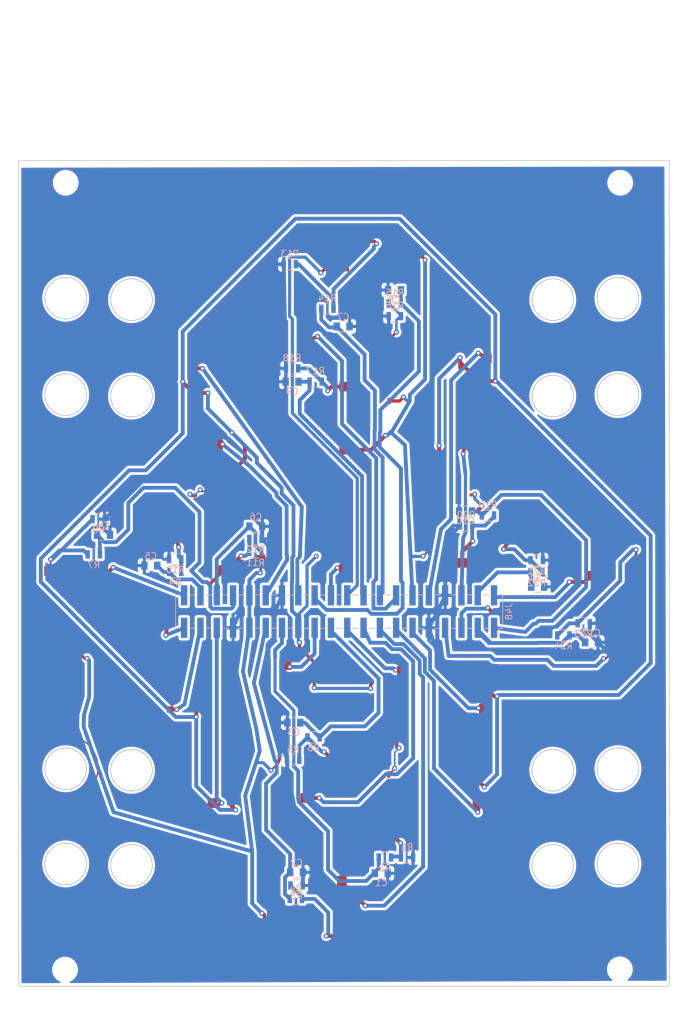
<source format=kicad_pcb>
(kicad_pcb (version 20211014) (generator pcbnew)
  (layers (0 "F.Cu" signal) (31 "B.Cu" signal) (34 "B.Paste" user) (35 "F.Paste" user) (36 "B.SilkS" user "B.Silkscreen") (37 "F.SilkS" user "F.Silkscreen") (38 "B.Mask" user) (39 "F.Mask" user) (44 "Edge.Cuts" user))
  (net 0 "")
  (net 1 "C3")
  (net 2 "B3")
  (net 3 "IN3")
  (net 4 "C1")
  (net 5 "B1")
  (net 6 "IN1")
  (net 7 "Fplay")
  (net 8 "Fpush")
  (net 9 "Frec")
  (net 10 "+3.3VA")
  (net 11 "ADC5")
  (net 12 "ADC4")
  (net 13 "ADC1")
  (net 14 "ADC0")
  (net 15 "GND")
  (net 16 "F5")
  (net 17 "F6")
  (net 18 "F1")
  (net 19 "F2")
  (net 20 "C4")
  (net 21 "B4")
  (net 22 "IN4")
  (net 23 "C2")
  (net 24 "B2")
  (net 25 "IN2")
  (net 26 "ADC7")
  (net 27 "ADC6")
  (net 28 "ADC3")
  (net 29 "ADC2")
  (net 30 "F7")
  (net 31 "F8")
  (net 32 "F3")
  (net 33 "F4")
  (net 34 "TRIG")
  (net 35 "ADCC0")
  (net 36 "ADCC1")
  (net 37 "ADCC2")
  (net 38 "ADCC3")
  (net 39 "ADCC4")
  (net 40 "ADCC5")
  (net 41 "ADCC6")
  (net 42 "ADCC7")
  (net 43 "BB1")
  (net 44 "BB2")
  (net 45 "BB3")
  (net 46 "BB4")
  (footprint "Mounting_Holes:MountingHole_3.2mm_M3" (layer "F.Cu") (at 59.35 159.9)
    (fp_text reference "REF**")
    (fp_text value "MountingHole_3.2mm_M3")
  )
  (footprint "Mounting_Holes:MountingHole_3.2mm_M3" (layer "F.Cu") (at 145.8 37.5)
    (fp_text reference "REF**")
    (fp_text value "MountingHole_3.2mm_M3")
  )
  (footprint "Mounting_Holes:MountingHole_3.2mm_M3" (layer "F.Cu") (at 145.75 159.85)
    (fp_text reference "REF**")
    (fp_text value "MountingHole_3.2mm_M3")
  )
  (footprint "Mounting_Holes:MountingHole_3.2mm_M3" (layer "F.Cu") (at 59.45 37.5)
    (fp_text reference "REF**")
    (fp_text value "MountingHole_3.2mm_M3")
  )
  (footprint "Measurement_Points:Measurement_Point_Square-SMD-Pad_Small" (layer "F.Cu") (at 102.82 50.55 180)
    (fp_text reference "J1")
    (fp_text value "Conn_01x01")
  )
  (footprint "Measurement_Points:Measurement_Point_Square-SMD-Pad_Small" (layer "F.Cu") (at 110.39 63.2 180)
    (fp_text reference "J2")
    (fp_text value "Conn_01x01")
  )
  (footprint "Measurement_Points:Measurement_Point_Square-SMD-Pad_Small" (layer "F.Cu") (at 96.85 62.34 180)
    (fp_text reference "J3")
    (fp_text value "Conn_01x01")
  )
  (footprint "Measurement_Points:Measurement_Point_Square-SMD-Pad_Small" (layer "F.Cu") (at 102.46 146.05 180)
    (fp_text reference "J4")
    (fp_text value "Conn_01x01")
  )
  (footprint "Measurement_Points:Measurement_Point_Square-SMD-Pad_Small" (layer "F.Cu") (at 109.92 132.97 180)
    (fp_text reference "J5")
    (fp_text value "Conn_01x01")
  )
  (footprint "Measurement_Points:Measurement_Point_Square-SMD-Pad_Small" (layer "F.Cu") (at 96.75 133.2 180)
    (fp_text reference "J6")
    (fp_text value "Conn_01x01")
  )
  (footprint "Measurement_Points:Measurement_Point_Square-SMD-Pad_Small" (layer "F.Cu") (at 93.85 112.54 180)
    (fp_text reference "J7")
    (fp_text value "Conn_01x01")
  )
  (footprint "Measurement_Points:Measurement_Point_Square-SMD-Pad_Small" (layer "F.Cu") (at 102.76 97.55 180)
    (fp_text reference "J8")
    (fp_text value "Conn_01x01")
  )
  (footprint "Measurement_Points:Measurement_Point_Square-SMD-Pad_Small" (layer "F.Cu") (at 111.81 113.41 180)
    (fp_text reference "J9")
    (fp_text value "Conn_01x01")
  )
  (footprint "Measurement_Points:Measurement_Point_Square-SMD-Pad_Small" (layer "F.Cu") (at 114.98 49 180)
    (fp_text reference "J10")
    (fp_text value "Conn_01x01")
  )
  (footprint "Measurement_Points:Measurement_Point_Square-SMD-Pad_Small" (layer "F.Cu") (at 89.82 96.13 180)
    (fp_text reference "J11")
    (fp_text value "Conn_01x01")
  )
  (footprint "Measurement_Points:Measurement_Point_Square-SMD-Pad_Small" (layer "F.Cu") (at 90.39 151.59 180)
    (fp_text reference "J12")
    (fp_text value "Conn_01x01")
  )
  (footprint "Measurement_Points:Measurement_Point_Square-SMD-Pad_Small" (layer "F.Cu") (at 61.96 111.07 180)
    (fp_text reference "J13")
    (fp_text value "Conn_01x01")
  )
  (footprint "Measurement_Points:Measurement_Point_Square-SMD-Pad_Small" (layer "F.Cu") (at 102.79 45.8 180)
    (fp_text reference "J14")
    (fp_text value "Conn_01x01")
  )
  (footprint "Measurement_Points:Measurement_Point_Square-SMD-Pad_Small" (layer "F.Cu") (at 102.82 69.21 180)
    (fp_text reference "J15")
    (fp_text value "Conn_01x01")
  )
  (footprint "Measurement_Points:Measurement_Point_Square-SMD-Pad_Small" (layer "F.Cu") (at 102.87 154.9 180)
    (fp_text reference "J16")
    (fp_text value "Conn_01x01")
  )
  (footprint "Measurement_Points:Measurement_Point_Square-SMD-Pad_Small" (layer "F.Cu") (at 102.725 126.925 180)
    (fp_text reference "J17")
    (fp_text value "Conn_01x01")
  )
  (footprint "Measurement_Points:Measurement_Point_Square-SMD-Pad_Small" (layer "F.Cu") (at 85.31 81.7 180)
    (fp_text reference "J18")
    (fp_text value "Conn_01x01")
  )
  (footprint "Measurement_Points:Measurement_Point_Square-SMD-Pad_Small" (layer "F.Cu") (at 118.34 80.54 180)
    (fp_text reference "J19")
    (fp_text value "Conn_01x01")
  )
  (footprint "Measurement_Points:Measurement_Point_Square-SMD-Pad_Small" (layer "F.Cu") (at 124.26 68.82 180)
    (fp_text reference "J20")
    (fp_text value "Conn_01x01")
  )
  (footprint "Measurement_Points:Measurement_Point_Square-SMD-Pad_Small" (layer "F.Cu") (at 79.63 118.2 180)
    (fp_text reference "J21")
    (fp_text value "Conn_01x01")
  )
  (footprint "Measurement_Points:Measurement_Point_Square-SMD-Pad_Small" (layer "F.Cu") (at 125.02 64.83 180)
    (fp_text reference "J22")
    (fp_text value "Conn_01x01")
  )
  (footprint "Measurement_Points:Measurement_Point_Square-SMD-Pad_Small" (layer "F.Cu") (at 79.09 66.3 180)
    (fp_text reference "J23")
    (fp_text value "Conn_01x01")
  )
  (footprint "Measurement_Points:Measurement_Point_Square-SMD-Pad_Small" (layer "F.Cu") (at 123.32 134.07 180)
    (fp_text reference "J24")
    (fp_text value "Conn_01x01")
  )
  (footprint "Measurement_Points:Measurement_Point_Square-SMD-Pad_Small" (layer "F.Cu") (at 82.3 133.99 180)
    (fp_text reference "J25")
    (fp_text value "Conn_01x01")
  )
  (footprint "Measurement_Points:Measurement_Point_Square-SMD-Pad_Small" (layer "F.Cu") (at 141.225 98.625 180)
    (fp_text reference "J26")
    (fp_text value "Conn_01x01")
  )
  (footprint "Measurement_Points:Measurement_Point_Square-SMD-Pad_Small" (layer "F.Cu") (at 129.75 91.325 180)
    (fp_text reference "J27")
    (fp_text value "Conn_01x01")
  )
  (footprint "Measurement_Points:Measurement_Point_Square-SMD-Pad_Small" (layer "F.Cu") (at 127.79 104.79 180)
    (fp_text reference "J28")
    (fp_text value "Conn_01x01")
  )
  (footprint "Measurement_Points:Measurement_Point_Square-SMD-Pad_Small" (layer "F.Cu") (at 63.61 99.3 180)
    (fp_text reference "J29")
    (fp_text value "Conn_01x01")
  )
  (footprint "Measurement_Points:Measurement_Point_Square-SMD-Pad_Small" (layer "F.Cu") (at 76.21 90.51 180)
    (fp_text reference "J30")
    (fp_text value "Conn_01x01")
  )
  (footprint "Measurement_Points:Measurement_Point_Square-SMD-Pad_Small" (layer "F.Cu") (at 75.48 104.77 180)
    (fp_text reference "J31")
    (fp_text value "Conn_01x01")
  )
  (footprint "Measurement_Points:Measurement_Point_Square-SMD-Pad_Small" (layer "F.Cu") (at 102.82 79.02 180)
    (fp_text reference "J32")
    (fp_text value "Conn_01x01")
  )
  (footprint "Measurement_Points:Measurement_Point_Square-SMD-Pad_Small" (layer "F.Cu") (at 144.03 111.05 180)
    (fp_text reference "J33")
    (fp_text value "Conn_01x01")
  )
  (footprint "Measurement_Points:Measurement_Point_Square-SMD-Pad_Small" (layer "F.Cu") (at 148.27 96.46 180)
    (fp_text reference "J36")
    (fp_text value "Conn_01x01")
  )
  (footprint "Measurement_Points:Measurement_Point_Square-SMD-Pad_Small" (layer "F.Cu") (at 121.175 96.625 180)
    (fp_text reference "J37")
    (fp_text value "Conn_01x01")
  )
  (footprint "Measurement_Points:Measurement_Point_Square-SMD-Pad_Small" (layer "F.Cu") (at 56.85 97.88 180)
    (fp_text reference "J38")
    (fp_text value "Conn_01x01")
  )
  (footprint "Measurement_Points:Measurement_Point_Square-SMD-Pad_Small" (layer "F.Cu") (at 86.3 96.85 180)
    (fp_text reference "J39")
    (fp_text value "Conn_01x01")
  )
  (footprint "Measurement_Points:Measurement_Point_Square-SMD-Pad_Small" (layer "F.Cu") (at 85.26 131.25 180)
    (fp_text reference "J40")
    (fp_text value "Conn_01x01")
  )
  (footprint "Measurement_Points:Measurement_Point_Square-SMD-Pad_Small" (layer "F.Cu") (at 79.76 69.66 180)
    (fp_text reference "J41")
    (fp_text value "Conn_01x01")
  )
  (footprint "Measurement_Points:Measurement_Point_Square-SMD-Pad_Small" (layer "F.Cu") (at 124.66 115.88 180)
    (fp_text reference "J42")
    (fp_text value "Conn_01x01")
  )
  (footprint "Measurement_Points:Measurement_Point_Square-SMD-Pad_Small" (layer "F.Cu") (at 121.8 130.84 180)
    (fp_text reference "J43")
    (fp_text value "Conn_01x01")
  )
  (footprint "Measurement_Points:Measurement_Point_Square-SMD-Pad_Small" (layer "F.Cu") (at 124.56 119.28 180)
    (fp_text reference "J44")
    (fp_text value "Conn_01x01")
  )
  (footprint "Measurement_Points:Measurement_Point_Square-SMD-Pad_Small" (layer "F.Cu") (at 121.74 78.26 180)
    (fp_text reference "J45")
    (fp_text value "Conn_01x01")
  )
  (footprint "Measurement_Points:Measurement_Point_Square-SMD-Pad_Small" (layer "F.Cu") (at 75.7 119.43 180)
    (fp_text reference "J46")
    (fp_text value "Conn_01x01")
  )
  (footprint "Measurement_Points:Measurement_Point_Square-SMD-Pad_Small" (layer "F.Cu") (at 83.17 78.5 180)
    (fp_text reference "J47")
    (fp_text value "Conn_01x01")
  )
  (footprint "Mounting_Holes:MountingHole_6.4mm_M6" (layer "F.Cu") (at 135.3 55.4)
    (fp_text reference "REF**")
    (fp_text value "MountingHole_6.4mm_M6")
  )
  (footprint "new_kicad:MountingHole_6.4mm_M6WITHCIRCLE" (layer "F.Cu") (at 145.5 55.4)
    (fp_text reference "REF**")
    (fp_text value "MountingHole_6.4mm_M6")
  )
  (footprint "new_kicad:MountingHole_6.4mm_M6WITHCIRCLE" (layer "F.Cu") (at 145.5 70.4)
    (fp_text reference "REF**")
    (fp_text value "MountingHole_6.4mm_M6")
  )
  (footprint "Mounting_Holes:MountingHole_6.4mm_M6" (layer "F.Cu") (at 135.3 70.4)
    (fp_text reference "REF**")
    (fp_text value "MountingHole_6.4mm_M6")
  )
  (footprint "new_kicad:MountingHole_6.4mm_M6WITHCIRCLE" (layer "F.Cu") (at 59.5 143.4)
    (fp_text reference "REF**")
    (fp_text value "MountingHole_6.4mm_M6")
  )
  (footprint "Mounting_Holes:MountingHole_6.4mm_M6" (layer "F.Cu") (at 69.7 128.6)
    (fp_text reference "REF**")
    (fp_text value "MountingHole_6.4mm_M6")
  )
  (footprint "new_kicad:MountingHole_6.4mm_M6WITHCIRCLE" (layer "F.Cu") (at 59.5 128.6)
    (fp_text reference "REF**")
    (fp_text value "MountingHole_6.4mm_M6")
  )
  (footprint "Mounting_Holes:MountingHole_6.4mm_M6" (layer "F.Cu") (at 69.7 143.4)
    (fp_text reference "REF**")
    (fp_text value "MountingHole_6.4mm_M6")
  )
  (footprint "Mounting_Holes:MountingHole_6.4mm_M6" (layer "F.Cu") (at 69.7 55.4)
    (fp_text reference "REF**")
    (fp_text value "MountingHole_6.4mm_M6")
  )
  (footprint "new_kicad:MountingHole_6.4mm_M6WITHCIRCLE" (layer "F.Cu") (at 59.5 55.4)
    (fp_text reference "REF**")
    (fp_text value "MountingHole_6.4mm_M6")
  )
  (footprint "Mounting_Holes:MountingHole_6.4mm_M6" (layer "F.Cu") (at 69.7 70.4)
    (fp_text reference "REF**")
    (fp_text value "MountingHole_6.4mm_M6")
  )
  (footprint "new_kicad:MountingHole_6.4mm_M6WITHCIRCLE" (layer "F.Cu") (at 59.5 70.4)
    (fp_text reference "REF**")
    (fp_text value "MountingHole_6.4mm_M6")
  )
  (footprint "new_kicad:MountingHole_6.4mm_M6WITHCIRCLE" (layer "F.Cu") (at 145.5 143.4)
    (fp_text reference "REF**")
    (fp_text value "MountingHole_6.4mm_M6")
  )
  (footprint "Mounting_Holes:MountingHole_6.4mm_M6" (layer "F.Cu") (at 135.3 143.4)
    (fp_text reference "REF**")
    (fp_text value "MountingHole_6.4mm_M6")
  )
  (footprint "Mounting_Holes:MountingHole_6.4mm_M6" (layer "F.Cu") (at 135.3 128.6)
    (fp_text reference "REF**")
    (fp_text value "MountingHole_6.4mm_M6")
  )
  (footprint "new_kicad:MountingHole_6.4mm_M6WITHCIRCLE" (layer "F.Cu") (at 145.5 128.6)
    (fp_text reference "REF**")
    (fp_text value "MountingHole_6.4mm_M6")
  )
  (footprint "Measurement_Points:Measurement_Point_Square-SMD-Pad_Small" (layer "F.Cu") (at 92.71 126.91 180)
    (fp_text reference "J12")
    (fp_text value "Conn_01x01")
  )
  (footprint "Measurement_Points:Measurement_Point_Square-SMD-Pad_Small" (layer "F.Cu") (at 115.75 94.62 180)
    (fp_text reference "J33")
    (fp_text value "Conn_01x01")
  )
  (footprint "" (layer "F.Cu") (at 79.4 86.15 90)
    (fp_text reference "")
    (fp_text value "")
  )
  (footprint "" (layer "F.Cu") (at 109.75 129.55)
    (fp_text reference "")
    (fp_text value "")
  )
  (footprint "" (layer "F.Cu") (at 122.85 86.05 90)
    (fp_text reference "")
    (fp_text value "")
  )
  (footprint "" (layer "F.Cu") (at 123.7 88.5)
    (fp_text reference "")
    (fp_text value "")
  )
  (footprint "" (layer "F.Cu") (at 111 125.05)
    (fp_text reference "")
    (fp_text value "")
  )
  (footprint "" (layer "F.Cu") (at 82.1 85.9 90)
    (fp_text reference "")
    (fp_text value "")
  )
  (footprint "" (layer "F.Cu") (at 109.8 71.45)
    (fp_text reference "")
    (fp_text value "")
  )
  (footprint "Pin_Headers:Pin_Header_Straight_2x20_Pitch2.54mm_SMD" (layer "B.Cu") (at 102.025 104.2 90)
    (fp_text reference "J48")
    (fp_text value "Conn_02x20_Counter_Clockwise")
  )
  (footprint "Resistors_SMD:R_0805" (layer "B.Cu") (at 94.35 50.175 180)
    (fp_text reference "R13")
    (fp_text value "470K")
  )
  (footprint "Resistors_SMD:R_0805" (layer "B.Cu") (at 94.7 66.375 180)
    (fp_text reference "R18")
    (fp_text value "470K")
  )
  (footprint "Resistors_SMD:R_0805" (layer "B.Cu") (at 95.4 146.8)
    (fp_text reference "R3")
    (fp_text value "470K")
  )
  (footprint "Resistors_SMD:R_0805" (layer "B.Cu") (at 94.875 127.25 180)
    (fp_text reference "R5")
    (fp_text value "470K")
  )
  (footprint "Resistors_SMD:R_0805" (layer "B.Cu") (at 140.125 106.025)
    (fp_text reference "R23")
    (fp_text value "470K")
  )
  (footprint "Resistors_SMD:R_0805" (layer "B.Cu") (at 121.8 90.825 180)
    (fp_text reference "R20")
    (fp_text value "470K")
  )
  (footprint "Resistors_SMD:R_0805" (layer "B.Cu") (at 64.575 89.825)
    (fp_text reference "R8")
    (fp_text value "470K")
  )
  (footprint "Resistors_SMD:R_0805" (layer "B.Cu") (at 89 92.9)
    (fp_text reference "R12")
    (fp_text value "470K")
  )
  (footprint "Resistors_SMD:R_0805" (layer "B.Cu") (at 98.05 123.775)
    (fp_text reference "R6")
    (fp_text value "15K")
  )
  (footprint "Capacitors_SMD:C_0805" (layer "B.Cu") (at 95.4 144.75 180)
    (fp_text reference "C2")
    (fp_text value "15nF")
  )
  (footprint "Capacitors_SMD:C_0805" (layer "B.Cu") (at 94.975 121.475)
    (fp_text reference "C3")
    (fp_text value "15nF")
  )
  (footprint "Resistors_SMD:R_0805" (layer "B.Cu") (at 95.3 148.9 180)
    (fp_text reference "R4")
    (fp_text value "15K")
  )
  (footprint "Resistors_SMD:R_0805" (layer "B.Cu") (at 63.825 95.3)
    (fp_text reference "R7")
    (fp_text value "15K")
  )
  (footprint "Capacitors_SMD:C_0805" (layer "B.Cu") (at 65.35 92.275 180)
    (fp_text reference "C4")
    (fp_text value "47nF")
  )
  (footprint "Capacitors_SMD:C_0805" (layer "B.Cu") (at 89.05 90.95 180)
    (fp_text reference "C6")
    (fp_text value "47nF")
  )
  (footprint "Resistors_SMD:R_0805" (layer "B.Cu") (at 89 94.95)
    (fp_text reference "R11")
    (fp_text value "15K")
  )
  (footprint "Capacitors_SMD:C_0805" (layer "B.Cu") (at 94.7 68.45)
    (fp_text reference "C9")
    (fp_text value "47nF")
  )
  (footprint "Resistors_SMD:R_0805" (layer "B.Cu") (at 98.375 68.425 180)
    (fp_text reference "R17")
    (fp_text value "15K")
  )
  (footprint "Resistors_SMD:R_0805" (layer "B.Cu") (at 125.2 89.25 180)
    (fp_text reference "R19")
    (fp_text value "15K")
  )
  (footprint "Capacitors_SMD:C_0805" (layer "B.Cu") (at 121.7 88.6)
    (fp_text reference "C10")
    (fp_text value "47nF")
  )
  (footprint "Resistors_SMD:R_0805" (layer "B.Cu") (at 136.95 107.91)
    (fp_text reference "R24")
    (fp_text value "15K")
  )
  (footprint "Capacitors_SMD:C_0805" (layer "B.Cu") (at 141.34 108.99 180)
    (fp_text reference "C12")
    (fp_text value "47nF")
  )
  (footprint "Capacitors_SMD:C_0805" (layer "B.Cu") (at 102.65 59.85 180)
    (fp_text reference "C7")
    (fp_text value "47nF")
  )
  (footprint "Resistors_SMD:R_0805" (layer "B.Cu") (at 100.2 57.1 180)
    (fp_text reference "R14")
    (fp_text value "15K")
  )
  (footprint "Capacitors_SMD:C_0805" (layer "B.Cu") (at 110.65 54.2)
    (fp_text reference "C8")
    (fp_text value "47nF")
  )
  (footprint "Capacitors_SMD:C_0805" (layer "B.Cu") (at 72.7 97.05 180)
    (fp_text reference "C5")
    (fp_text value "47nF")
  )
  (footprint "Resistors_SMD:R_0805" (layer "B.Cu") (at 109.15 142.45)
    (fp_text reference "R2")
    (fp_text value "15K")
  )
  (footprint "Resistors_SMD:R_0805" (layer "B.Cu") (at 132.8 98.1)
    (fp_text reference "R22")
    (fp_text value "15K")
  )
  (footprint "Resistors_SMD:R_0805" (layer "B.Cu") (at 110.7 56.25 180)
    (fp_text reference "R15")
    (fp_text value "15K")
  )
  (footprint "Resistors_SMD:R_0805" (layer "B.Cu") (at 110.7 58.25 180)
    (fp_text reference "R16")
    (fp_text value "470K")
  )
  (footprint "Capacitors_SMD:C_0805" (layer "B.Cu") (at 108.6 144.9)
    (fp_text reference "C1")
    (fp_text value "15nF")
  )
  (footprint "Resistors_SMD:R_0805" (layer "B.Cu") (at 112.6 142.45 180)
    (fp_text reference "R1")
    (fp_text value "470K")
  )
  (footprint "Resistors_SMD:R_0805" (layer "B.Cu") (at 76.5 98.05)
    (fp_text reference "R9")
    (fp_text value "15K")
  )
  (footprint "Capacitors_SMD:C_0805" (layer "B.Cu") (at 132.95 100.35 180)
    (fp_text reference "C11")
    (fp_text value "47nF")
  )
  (footprint "Resistors_SMD:R_0805" (layer "B.Cu") (at 76.5 96.05)
    (fp_text reference "R10")
    (fp_text value "470K")
  )
  (footprint "Resistors_SMD:R_0805" (layer "B.Cu") (at 132.8 96.2)
    (fp_text reference "R21")
    (fp_text value "470K")
  )
  (gr_rect (start 52.12 34.05) (end 153.45 162.47) (layer "Edge.Cuts") (width 0.15) (fill none))
  (segment (start 100.14 50.55) (end 99.18 51.51) (width 0.5) (layer "F.Cu") (net 1))
  (segment (start 102.82 50.55) (end 100.14 50.55) (width 0.5) (layer "F.Cu") (net 1))
  (via (at 99.18 51.51) (size 0.8) (drill 0.4) (layers "F.Cu" "B.Cu") (net 1))
  (segment (start 96.744999 49.074999) (end 94.589999 49.074999) (width 0.5) (layer "B.Cu") (net 1))
  (segment (start 94.749999 73.349999) (end 104.85 83.45) (width 0.5) (layer "B.Cu") (net 1))
  (segment (start 94.325001 49.339997) (end 94.325001 58.266483) (width 0.5) (layer "B.Cu") (net 1))
  (segment (start 104.85 83.45) (end 104.85 100.12) (width 0.5) (layer "B.Cu") (net 1))
  (segment (start 99.18 51.51) (end 96.744999 49.074999) (width 0.5) (layer "B.Cu") (net 1))
  (segment (start 94.325001 58.266483) (end 94.749999 58.691481) (width 0.5) (layer "B.Cu") (net 1))
  (segment (start 104.85 100.12) (end 103.295 101.675) (width 0.5) (layer "B.Cu") (net 1))
  (segment (start 94.589999 49.074999) (end 94.325001 49.339997) (width 0.5) (layer "B.Cu") (net 1))
  (segment (start 94.749999 58.691481) (end 94.749999 73.349999) (width 0.5) (layer "B.Cu") (net 1))
  (segment (start 108.35 78.628616) (end 111.658653 81.937269) (width 0.6) (layer "B.Cu") (net 2))
  (segment (start 114.45 66.85) (end 108.45 72.85) (width 0.6) (layer "B.Cu") (net 2))
  (segment (start 111.915001 103.650001) (end 111.015002 104.55) (width 0.6) (layer "B.Cu") (net 2))
  (segment (start 107.043629 104.55) (end 106.443629 103.95) (width 0.6) (layer "B.Cu") (net 2))
  (segment (start 100.054998 103.95) (end 98.215 102.110002) (width 0.6) (layer "B.Cu") (net 2))
  (segment (start 108.35 76.427207) (end 108.35 78.628616) (width 0.6) (layer "B.Cu") (net 2))
  (segment (start 111.65 56.25) (end 111.65 54.2) (width 0.6) (layer "B.Cu") (net 2))
  (segment (start 98.215 102.110002) (end 98.215 101.675) (width 0.6) (layer "B.Cu") (net 2))
  (segment (start 111.658653 81.937269) (end 111.658653 99.443651) (width 0.6) (layer "B.Cu") (net 2))
  (segment (start 106.443629 103.95) (end 100.054998 103.95) (width 0.6) (layer "B.Cu") (net 2))
  (segment (start 108.45 76.327207) (end 108.35 76.427207) (width 0.6) (layer "B.Cu") (net 2))
  (segment (start 111.915001 99.699999) (end 111.915001 103.650001) (width 0.6) (layer "B.Cu") (net 2))
  (segment (start 108.45 72.85) (end 108.45 76.327207) (width 0.6) (layer "B.Cu") (net 2))
  (segment (start 111.658653 99.443651) (end 111.915001 99.699999) (width 0.6) (layer "B.Cu") (net 2))
  (segment (start 111.65 56.25) (end 114.45 59.05) (width 0.6) (layer "B.Cu") (net 2))
  (segment (start 114.45 59.05) (end 114.45 66.85) (width 0.6) (layer "B.Cu") (net 2))
  (segment (start 111.015002 104.55) (end 107.043629 104.55) (width 0.6) (layer "B.Cu") (net 2))
  (segment (start 96.97 62.22) (end 96.85 62.34) (width 0.6) (layer "F.Cu") (net 3))
  (segment (start 98.68 61.4) (end 96.97 62.22) (width 0.6) (layer "F.Cu") (net 3))
  (via (at 98.68 61.4) (size 0.8) (drill 0.4) (layers "F.Cu" "B.Cu") (net 3))
  (segment (start 109.275002 103.75) (end 107.375 103.75) (width 0.6) (layer "B.Cu") (net 3))
  (segment (start 110.915 101.675) (end 110.915 102.110002) (width 0.6) (layer "B.Cu") (net 3))
  (segment (start 102.480494 65.200494) (end 98.68 61.4) (width 0.6) (layer "B.Cu") (net 3))
  (segment (start 107.8 99.175) (end 107.8 80.34137) (width 0.6) (layer "B.Cu") (net 3))
  (segment (start 107.375 99.6) (end 107.8 99.175) (width 0.6) (layer "B.Cu") (net 3))
  (segment (start 102.480494 75.021864) (end 102.480494 65.200494) (width 0.6) (layer "B.Cu") (net 3))
  (segment (start 107.375 103.75) (end 107.375 99.6) (width 0.6) (layer "B.Cu") (net 3))
  (segment (start 107.8 80.34137) (end 102.480494 75.021864) (width 0.6) (layer "B.Cu") (net 3))
  (segment (start 110.915 102.110002) (end 109.275002 103.75) (width 0.6) (layer "B.Cu") (net 3))
  (segment (start 102.46 146.31) (end 106.1 149.95) (width 0.6) (layer "F.Cu") (net 4))
  (segment (start 102.46 144.840937) (end 103.080937 144.22) (width 0.6) (layer "F.Cu") (net 4))
  (segment (start 102.46 146.05) (end 102.46 144.840937) (width 0.6) (layer "F.Cu") (net 4))
  (segment (start 102.46 146.05) (end 102.46 146.31) (width 0.6) (layer "F.Cu") (net 4))
  (via (at 106.1 149.95) (size 0.8) (drill 0.4) (layers "F.Cu" "B.Cu") (net 4))
  (segment (start 112.01863 109.25) (end 110.61 109.25) (width 0.6) (layer "B.Cu") (net 4))
  (segment (start 114.583172 113.895912) (end 114.583172 111.814542) (width 0.6) (layer "B.Cu") (net 4))
  (segment (start 110.61 109.25) (end 108.375 107.015) (width 0.6) (layer "B.Cu") (net 4))
  (segment (start 108.375 107.015) (end 108.375 106.725) (width 0.6) (layer "B.Cu") (net 4))
  (segment (start 115.11 114.42274) (end 114.583172 113.895912) (width 0.6) (layer "B.Cu") (net 4))
  (segment (start 106.1 149.95) (end 109.05 149.95) (width 0.6) (layer "B.Cu") (net 4))
  (segment (start 114.583172 111.814542) (end 112.01863 109.25) (width 0.6) (layer "B.Cu") (net 4))
  (segment (start 115.11 143.89) (end 115.11 114.42274) (width 0.6) (layer "B.Cu") (net 4))
  (segment (start 109.05 149.95) (end 115.11 143.89) (width 0.6) (layer "B.Cu") (net 4))
  (segment (start 95.65 128.975002) (end 95.65 133.357369) (width 0.6) (layer "B.Cu") (net 5))
  (segment (start 108.2 144.14) (end 108.2 142.45) (width 0.6) (layer "B.Cu") (net 5))
  (segment (start 92.05 111.284) (end 92.05 110.17) (width 0.6) (layer "B.Cu") (net 5))
  (segment (start 102.06 146.11) (end 106.23 146.11) (width 0.6) (layer "B.Cu") (net 5))
  (segment (start 106.23 146.11) (end 108.2 144.14) (width 0.6) (layer "B.Cu") (net 5))
  (segment (start 94.974999 128.300001) (end 95.65 128.975002) (width 0.6) (layer "B.Cu") (net 5))
  (segment (start 93.135 109.085) (end 93.135 106.725) (width 0.6) (layer "B.Cu") (net 5))
  (segment (start 94.974999 119.542999) (end 94.974999 128.300001) (width 0.5) (layer "B.Cu") (net 5))
  (segment (start 92.05 110.17) (end 93.135 109.085) (width 0.6) (layer "B.Cu") (net 5))
  (segment (start 95.73434 133.78434) (end 100.3 138.35) (width 0.6) (layer "B.Cu") (net 5))
  (segment (start 100.3 138.35) (end 100.3 144.35) (width 0.6) (layer "B.Cu") (net 5))
  (segment (start 92.05 111.284) (end 92.05 116.618) (width 0.5) (layer "B.Cu") (net 5))
  (segment (start 95.65 133.357369) (end 95.73434 133.78434) (width 0.6) (layer "B.Cu") (net 5))
  (segment (start 100.3 144.35) (end 102.06 146.11) (width 0.6) (layer "B.Cu") (net 5))
  (segment (start 92.05 116.618) (end 94.974999 119.542999) (width 0.5) (layer "B.Cu") (net 5))
  (segment (start 98.95 133.2) (end 96.75 133.2) (width 0.6) (layer "F.Cu") (net 6))
  (via (at 98.95 133.2) (size 0.8) (drill 0.4) (layers "F.Cu" "B.Cu") (net 6))
  (segment (start 99.6 133.85) (end 104.95 133.85) (width 0.6) (layer "B.Cu") (net 6))
  (segment (start 98.95 133.2) (end 99.6 133.85) (width 0.6) (layer "B.Cu") (net 6))
  (segment (start 104.95 133.85) (end 109.311043 129.488957) (width 0.6) (layer "B.Cu") (net 6))
  (segment (start 109.311043 129.488957) (end 111.06175 129.488957) (width 0.6) (layer "B.Cu") (net 6))
  (segment (start 111.06175 129.488957) (end 113.558288 126.992419) (width 0.6) (layer "B.Cu") (net 6))
  (segment (start 113.558288 126.992419) (end 113.558288 111.921028) (width 0.6) (layer "B.Cu") (net 6))
  (segment (start 111.68726 110.05) (end 110.27863 110.05) (width 0.6) (layer "B.Cu") (net 6))
  (segment (start 110.27863 110.05) (end 109.27863 109.05) (width 0.6) (layer "B.Cu") (net 6))
  (segment (start 113.558288 111.921028) (end 111.68726 110.05) (width 0.6) (layer "B.Cu") (net 6))
  (segment (start 109.27863 109.05) (end 106.88 109.05) (width 0.6) (layer "B.Cu") (net 6))
  (segment (start 106.88 109.05) (end 105.835 106.725) (width 0.6) (layer "B.Cu") (net 6))
  (segment (start 94.336 112.808) (end 94.068 112.54) (width 0.8) (layer "F.Cu") (net 7))
  (segment (start 94.068 112.54) (end 93.85 112.54) (width 0.8) (layer "F.Cu") (net 7))
  (segment (start 93.85 112.54) (end 93.85 112.26) (width 0.6) (layer "F.Cu") (net 7))
  (via (at 94.336 112.808) (size 0.8) (drill 0.4) (layers "F.Cu" "B.Cu") (net 7))
  (segment (start 98.2 110.55) (end 98.215 110.535) (width 0.6) (layer "B.Cu") (net 7))
  (segment (start 96.142 112.808) (end 98.2 110.75) (width 0.6) (layer "B.Cu") (net 7))
  (segment (start 94.336 112.808) (end 96.142 112.808) (width 0.6) (layer "B.Cu") (net 7))
  (segment (start 98.215 110.535) (end 98.215 106.725) (width 0.6) (layer "B.Cu") (net 7))
  (segment (start 98.2 110.75) (end 98.2 110.55) (width 0.6) (layer "B.Cu") (net 7))
  (via (at 101.75 97.4) (size 0.8) (drill 0.4) (layers "F.Cu" "B.Cu") (net 8))
  (segment (start 101.75 97.4) (end 100.755 98.395) (width 0.6) (layer "B.Cu") (net 8))
  (segment (start 100.755 98.395) (end 100.755 101.675) (width 0.6) (layer "B.Cu") (net 8))
  (segment (start 111.7 113.3) (end 111.81 113.41) (width 0.6) (layer "F.Cu") (net 9))
  (segment (start 110.8 113.3) (end 111.7 113.3) (width 0.6) (layer "F.Cu") (net 9))
  (via (at 110.8 113.3) (size 0.8) (drill 0.4) (layers "F.Cu" "B.Cu") (net 9))
  (segment (start 110.52 113.02) (end 109.17 113.02) (width 0.6) (layer "B.Cu") (net 9))
  (segment (start 109.17 113.02) (end 103.295 107.145) (width 0.6) (layer "B.Cu") (net 9))
  (segment (start 103.295 107.145) (end 103.295 106.725) (width 0.6) (layer "B.Cu") (net 9))
  (segment (start 110.8 113.3) (end 110.52 113.02) (width 0.6) (layer "B.Cu") (net 9))
  (segment (start 123.05 86.05) (end 123.15 85.95) (width 0.5) (layer "F.Cu") (net 10))
  (segment (start 80.65 85.5) (end 81.7 85.5) (width 0.25) (layer "F.Cu") (net 10))
  (segment (start 92.71 127.61) (end 91.41 128.91) (width 0.3) (layer "F.Cu") (net 10))
  (segment (start 115.408356 49.428356) (end 115.408356 49.53) (width 0.4) (layer "F.Cu") (net 10))
  (segment (start 79.4 86.15) (end 79 86.15) (width 0.25) (layer "F.Cu") (net 10))
  (segment (start 89.82 98.11) (end 89.75 98.18) (width 0.4) (layer "F.Cu") (net 10))
  (segment (start 110.688957 128.588957) (end 110.688957 128.611043) (width 0.25) (layer "F.Cu") (net 10))
  (segment (start 143.56 111.52) (end 144.03 111.05) (width 0.3) (layer "F.Cu") (net 10))
  (segment (start 114.98 49) (end 115.408356 49.428356) (width 0.4) (layer "F.Cu") (net 10))
  (segment (start 89.82 94.38) (end 89.82 98.11) (width 0.4) (layer "F.Cu") (net 10))
  (segment (start 107.03 79.02) (end 102.82 79.02) (width 0.6) (layer "F.Cu") (net 10))
  (segment (start 111 125.05) (end 111.35 125.4) (width 0.25) (layer "F.Cu") (net 10))
  (segment (start 90.39 151.59) (end 90 151.2) (width 0.4) (layer "F.Cu") (net 10))
  (segment (start 90 151.2) (end 90 151.11) (width 0.4) (layer "F.Cu") (net 10))
  (segment (start 81.8 85.6) (end 81.2 85.6) (width 0.25) (layer "F.Cu") (net 10))
  (segment (start 92.71 126.91) (end 92.71 127.61) (width 0.3) (layer "F.Cu") (net 10))
  (segment (start 61.96 111.07) (end 62.38 111.49) (width 0.4) (layer "F.Cu") (net 10))
  (segment (start 115.75 94.62) (end 115.75 94.95) (width 0.3) (layer "F.Cu") (net 10))
  (segment (start 124.25 87.75) (end 124.25 87.95) (width 0.5) (layer "F.Cu") (net 10))
  (segment (start 62.38 111.49) (end 62.78 111.49) (width 0.4) (layer "F.Cu") (net 10))
  (segment (start 110.688957 128.611043) (end 109.75 129.55) (width 0.25) (layer "F.Cu") (net 10))
  (segment (start 115.75 94.95) (end 115.12 95.58) (width 0.3) (layer "F.Cu") (net 10))
  (segment (start 109.25 76.8) (end 107.03 79.02) (width 0.6) (layer "F.Cu") (net 10))
  (segment (start 124.25 87.95) (end 123.7 88.5) (width 0.5) (layer "F.Cu") (net 10))
  (segment (start 111.45 71.45) (end 112.05 70.85) (width 0.5) (layer "F.Cu") (net 10))
  (segment (start 81.7 85.5) (end 82.1 85.9) (width 0.25) (layer "F.Cu") (net 10))
  (segment (start 122.85 86.05) (end 123.05 86.05) (width 0.5) (layer "F.Cu") (net 10))
  (segment (start 80.4 85.25) (end 80.65 85.5) (width 0.25) (layer "F.Cu") (net 10))
  (segment (start 109.8 71.45) (end 111.45 71.45) (width 0.5) (layer "F.Cu") (net 10))
  (segment (start 82.1 85.9) (end 81.8 85.6) (width 0.25) (layer "F.Cu") (net 10))
  (segment (start 79 86.15) (end 78.8 85.95) (width 0.25) (layer "F.Cu") (net 10))
  (segment (start 143.21 111.52) (end 143.56 111.52) (width 0.3) (layer "F.Cu") (net 10))
  (via (at 115.408356 49.53) (size 0.8) (drill 0.4) (layers "F.Cu" "B.Cu") (net 10))
  (via (at 90 151.11) (size 0.8) (drill 0.4) (layers "F.Cu" "B.Cu") (net 10))
  (via (at 112.05 70.85) (size 0.8) (drill 0.4) (layers "F.Cu" "B.Cu") (net 10))
  (via (at 123.15 85.95) (size 0.8) (drill 0.4) (layers "F.Cu" "B.Cu") (net 10))
  (via (at 109.25 76.8) (size 0.8) (drill 0.4) (layers "F.Cu" "B.Cu") (net 10))
  (via (at 62.78 111.49) (size 0.8) (drill 0.4) (layers "F.Cu" "B.Cu") (net 10))
  (via (at 115.12 95.58) (size 0.8) (drill 0.4) (layers "F.Cu" "B.Cu") (net 10))
  (via (at 89.75 98.18) (size 0.8) (drill 0.4) (layers "F.Cu" "B.Cu") (net 10))
  (via (at 143.21 111.52) (size 0.8) (drill 0.4) (layers "F.Cu" "B.Cu") (net 10))
  (via (at 110.688957 128.588957) (size 0.8) (drill 0.4) (layers "F.Cu" "B.Cu") (net 10))
  (via (at 78.8 85.95) (size 0.8) (drill 0.4) (layers "F.Cu" "B.Cu") (net 10))
  (via (at 91.41 128.91) (size 0.8) (drill 0.4) (layers "F.Cu" "B.Cu") (net 10))
  (via (at 124.25 87.75) (size 0.8) (drill 0.4) (layers "F.Cu" "B.Cu") (net 10))
  (via (at 80.4 85.25) (size 0.8) (drill 0.4) (layers "F.Cu" "B.Cu") (net 10))
  (via (at 111.35 125.4) (size 0.8) (drill 0.4) (layers "F.Cu" "B.Cu") (net 10))
  (segment (start 87.4 132.825) (end 88.485758 141.523544) (width 0.6) (layer "B.Cu") (net 10))
  (segment (start 89.675 125.9) (end 89.125 122.4) (width 0.6) (layer "B.Cu") (net 10))
  (segment (start 89.125 122.4) (end 87.05 113.525) (width 0.6) (layer "B.Cu") (net 10))
  (segment (start 88.055 106.725) (end 87.05 113.525) (width 0.6) (layer "B.Cu") (net 10))
  (segment (start 112.275 78.275) (end 110.025 76.285331) (width 0.6) (layer "B.Cu") (net 10))
  (segment (start 62.25 122.125) (end 66.9 135.4) (width 0.6) (layer "B.Cu") (net 10))
  (segment (start 66.9 135.4) (end 88.485758 141.523541) (width 0.6) (layer "B.Cu") (net 10))
  (segment (start 88.485758 141.523544) (end 88.485758 141.523541) (width 0.6) (layer "B.Cu") (net 10))
  (segment (start 88.055 101.675) (end 88.055 106.725) (width 0.6) (layer "B.Cu") (net 10))
  (segment (start 63.105232 117.494321) (end 63.105232 117.494322) (width 0.6) (layer "B.Cu") (net 10))
  (segment (start 113.044345 70.455655) (end 115.408356 68.091644) (width 0.6) (layer "B.Cu") (net 10))
  (segment (start 112.05 70.85) (end 112.644345 71.444345) (width 0.5) (layer "B.Cu") (net 10))
  (segment (start 79.7 85.95) (end 80.4 85.25) (width 0.25) (layer "B.Cu") (net 10))
  (segment (start 118.535 106.725) (end 119.075 111.1) (width 0.6) (layer "B.Cu") (net 10))
  (segment (start 88.485758 149.595758) (end 90 151.11) (width 0.6) (layer "B.Cu") (net 10))
  (segment (start 110.688957 128.588957) (end 110.688957 126.061043) (width 0.25) (layer "B.Cu") (net 10))
  (segment (start 62.29411 120.29) (end 63.105232 117.494322) (width 0.6) (layer "B.Cu") (net 10))
  (segment (start 123.15 86.65) (end 124.25 87.75) (width 0.5) (layer "B.Cu") (net 10))
  (segment (start 113.455 101.675) (end 113.149663 95.62) (width 0.6) (layer "B.Cu") (net 10))
  (segment (start 115.12 95.58) (end 115.08 95.62) (width 0.3) (layer "B.Cu") (net 10))
  (segment (start 134.475 111.7) (end 135.425 112.65) (width 0.6) (layer "B.Cu") (net 10))
  (segment (start 110.025 76.35) (end 110.141161 76.388051) (width 0.6) (layer "B.Cu") (net 10))
  (segment (start 62.25 122.125) (end 62.29411 120.29) (width 0.6) (layer "B.Cu") (net 10))
  (segment (start 87.4 132.825) (end 87.4 132.91) (width 0.6) (layer "B.Cu") (net 10))
  (segment (start 115.08 95.62) (end 113.149663 95.62) (width 0.5) (layer "B.Cu") (net 10))
  (segment (start 142.08 112.65) (end 143.21 111.52) (width 0.6) (layer "B.Cu") (net 10))
  (segment (start 135.425 112.65) (end 142.08 112.65) (width 0.6) (layer "B.Cu") (net 10))
  (segment (start 88.055 99.285) (end 89.16 98.18) (width 0.6) (layer "B.Cu") (net 10))
  (segment (start 88.485758 141.523544) (end 88.485758 149.595758) (width 0.6) (layer "B.Cu") (net 10))
  (segment (start 89.16 98.18) (end 89.75 98.18) (width 0.6) (layer "B.Cu") (net 10))
  (segment (start 91.41 128.91) (end 90.21 127.71) (width 0.5) (layer "B.Cu") (net 10))
  (segment (start 109.25 76.8) (end 109.510331 76.8) (width 0.6) (layer "B.Cu") (net 10))
  (segment (start 63.105232 111.815232) (end 62.78 111.49) (width 0.6) (layer "B.Cu") (net 10))
  (segment (start 109.510331 76.8) (end 110.025 76.285331) (width 0.6) (layer "B.Cu") (net 10))
  (segment (start 63.105232 117.494322) (end 63.105232 111.815232) (width 0.6) (layer "B.Cu") (net 10))
  (segment (start 119.075 111.1) (end 125.575 111.1) (width 0.6) (layer "B.Cu") (net 10))
  (segment (start 87.4 132.825) (end 89.080379 127.71) (width 0.6) (layer "B.Cu") (net 10))
  (segment (start 110.141161 76.388051) (end 113.044345 71.444345) (width 0.6) (layer "B.Cu") (net 10))
  (segment (start 115.408356 68.091644) (end 115.408356 49.53) (width 0.6) (layer "B.Cu") (net 10))
  (segment (start 90.21 127.71) (end 89.080379 127.71) (width 0.5) (layer "B.Cu") (net 10))
  (segment (start 125.575 111.1) (end 126.175 111.7) (width 0.6) (layer "B.Cu") (net 10))
  (segment (start 113.149663 95.62) (end 112.275 78.275) (width 0.6) (layer "B.Cu") (net 10))
  (segment (start 89.080379 127.71) (end 89.675 125.9) (width 0.6) (layer "B.Cu") (net 10))
  (segment (start 112.644345 71.444345) (end 113.044345 71.444345) (width 0.5) (layer "B.Cu") (net 10))
  (segment (start 113.044345 71.444345) (end 113.044345 70.455655) (width 0.6) (layer "B.Cu") (net 10))
  (segment (start 88.055 101.675) (end 88.055 99.285) (width 0.6) (layer "B.Cu") (net 10))
  (segment (start 110.688957 126.061043) (end 111.35 125.4) (width 0.25) (layer "B.Cu") (net 10))
  (segment (start 110.025 76.285331) (end 110.025 76.35) (width 0.6) (layer "B.Cu") (net 10))
  (segment (start 123.15 85.95) (end 123.15 86.65) (width 0.5) (layer "B.Cu") (net 10))
  (segment (start 126.175 111.7) (end 134.475 111.7) (width 0.6) (layer "B.Cu") (net 10))
  (segment (start 78.8 85.95) (end 79.7 85.95) (width 0.25) (layer "B.Cu") (net 10))
  (segment (start 106 68.2) (end 106 64.2) (width 0.6) (layer "B.Cu") (net 11))
  (segment (start 99.25 57.1) (end 99.25 58.8) (width 0.6) (layer "B.Cu") (net 11))
  (segment (start 107.55 78.96) (end 107.55 76.095836) (width 0.6) (layer "B.Cu") (net 11))
  (segment (start 107.6 69.8) (end 106 68.2) (width 0.6) (layer "B.Cu") (net 11))
  (segment (start 108.8 101.25) (end 108.8 80.21) (width 0.6) (layer "B.Cu") (net 11))
  (segment (start 107.6 76.045836) (end 107.6 69.8) (width 0.6) (layer "B.Cu") (net 11))
  (segment (start 108.8 80.21) (end 107.55 78.96) (width 0.6) (layer "B.Cu") (net 11))
  (segment (start 106 64.2) (end 101.65 59.85) (width 0.6) (layer "B.Cu") (net 11))
  (segment (start 99.25 58.8) (end 100.45 60) (width 0.6) (layer "B.Cu") (net 11))
  (segment (start 108.375 101.675) (end 108.8 101.25) (width 0.6) (layer "B.Cu") (net 11))
  (segment (start 100.45 60) (end 101.5 60) (width 0.6) (layer "B.Cu") (net 11))
  (segment (start 107.55 76.095836) (end 107.6 76.045836) (width 0.6) (layer "B.Cu") (net 11))
  (segment (start 101.5 60) (end 101.65 59.85) (width 0.6) (layer "B.Cu") (net 11))
  (segment (start 95.7 68.45) (end 97.4 68.45) (width 0.6) (layer "B.Cu") (net 12))
  (segment (start 105.6 83.13934) (end 105.6 101.44) (width 0.6) (layer "B.Cu") (net 12))
  (segment (start 97.425 68.425) (end 97.425 69.8052) (width 0.6) (layer "B.Cu") (net 12))
  (segment (start 95.9 71.3302) (end 95.9 73.43934) (width 0.6) (layer "B.Cu") (net 12))
  (segment (start 95.9 73.43934) (end 105.6 83.13934) (width 0.6) (layer "B.Cu") (net 12))
  (segment (start 105.6 101.44) (end 105.835 101.675) (width 0.6) (layer "B.Cu") (net 12))
  (segment (start 97.425 69.8052) (end 95.9 71.3302) (width 0.6) (layer "B.Cu") (net 12))
  (segment (start 97.4 68.45) (end 97.425 68.425) (width 0.6) (layer "B.Cu") (net 12))
  (segment (start 90.65 138.15) (end 90.65 130.942793) (width 0.6) (layer "B.Cu") (net 13))
  (segment (start 90.65 130.942793) (end 92.31 129.282793) (width 0.6) (layer "B.Cu") (net 13))
  (segment (start 94.4 144.75) (end 94.4 141.9) (width 0.6) (layer "B.Cu") (net 13))
  (segment (start 93.6 145.55) (end 94.4 144.75) (width 0.6) (layer "B.Cu") (net 13))
  (segment (start 93.6 148.15) (end 93.6 145.55) (width 0.6) (layer "B.Cu") (net 13))
  (segment (start 94.35 148.9) (end 93.6 148.15) (width 0.6) (layer "B.Cu") (net 13))
  (segment (start 92.025 127.325) (end 88.75 115.325) (width 0.6) (layer "B.Cu") (net 13))
  (segment (start 94.4 141.9) (end 90.65 138.15) (width 0.6) (layer "B.Cu") (net 13))
  (segment (start 92.31 127.61) (end 92.025 127.325) (width 0.6) (layer "B.Cu") (net 13))
  (segment (start 92.31 129.282793) (end 92.31 127.61) (width 0.6) (layer "B.Cu") (net 13))
  (segment (start 88.75 115.325) (end 90.595 106.725) (width 0.6) (layer "B.Cu") (net 13))
  (segment (start 100.725 122.05) (end 106.05 122.05) (width 0.6) (layer "B.Cu") (net 14))
  (segment (start 108.17 119.93) (end 108.17 114.595) (width 0.6) (layer "B.Cu") (net 14))
  (segment (start 106.05 122.05) (end 108.17 119.93) (width 0.6) (layer "B.Cu") (net 14))
  (segment (start 99 123.775) (end 100.725 122.05) (width 0.6) (layer "B.Cu") (net 14))
  (segment (start 100.755 107.18) (end 100.755 106.725) (width 0.6) (layer "B.Cu") (net 14))
  (segment (start 95.975 121.475) (end 96.7 121.475) (width 0.6) (layer "B.Cu") (net 14))
  (segment (start 108.17 114.595) (end 100.755 107.18) (width 0.6) (layer "B.Cu") (net 14))
  (segment (start 96.7 121.475) (end 99 123.775) (width 0.6) (layer "B.Cu") (net 14))
  (segment (start 120.85 90.825) (end 118.65 93.25) (width 0.6) (layer "B.Cu") (net 15))
  (segment (start 118.65 93.25) (end 118.535 101.675) (width 0.6) (layer "B.Cu") (net 15))
  (segment (start 93.75 66.375) (end 93.4 50.175) (width 0.6) (layer "B.Cu") (net 15))
  (segment (start 115.995 106.725) (end 117.475 104.05) (width 0.6) (layer "B.Cu") (net 15))
  (segment (start 117.475 104.05) (end 118.535 101.675) (width 0.6) (layer "B.Cu") (net 15))
  (segment (start 96.04 139.46) (end 93.96 128.93) (width 0.6) (layer "B.Cu") (net 15))
  (segment (start 93.96 128.93) (end 93.925 127.25) (width 0.6) (layer "B.Cu") (net 15))
  (segment (start 142.55 114.625) (end 133.475 114.625) (width 0.6) (layer "B.Cu") (net 15))
  (segment (start 93.75 68.4) (end 93.7 68.45) (width 0.5) (layer "B.Cu") (net 15))
  (segment (start 90 90.95) (end 90.05 90.95) (width 0.6) (layer "B.Cu") (net 15))
  (segment (start 93.75 66.375) (end 93.75 68.4) (width 0.5) (layer "B.Cu") (net 15))
  (segment (start 90.825 118) (end 90.86 117.965) (width 0.6) (layer "B.Cu") (net 15))
  (segment (start 93.975 121.475) (end 92.554729 121.475) (width 0.6) (layer "B.Cu") (net 15))
  (segment (start 132.1 113.25) (end 123.65 112.35) (width 0.6) (layer "B.Cu") (net 15))
  (segment (start 92 104.225) (end 93.135 101.675) (width 0.6) (layer "B.Cu") (net 15))
  (segment (start 96.4 146.75) (end 96.35 146.8) (width 0.6) (layer "B.Cu") (net 15))
  (segment (start 81.341253 84.91846) (end 81.341253 86.13) (width 0.6) (layer "B.Cu") (net 15))
  (segment (start 91.45 96.75) (end 91.45 94.4) (width 0.6) (layer "B.Cu") (net 15))
  (segment (start 141.075 107.725) (end 144.890001 111.540001) (width 0.6) (layer "B.Cu") (net 15))
  (segment (start 65.525 89.825) (end 71.55 83.8) (width 0.6) (layer "B.Cu") (net 15))
  (segment (start 90.05 92.8) (end 89.95 92.9) (width 0.6) (layer "B.Cu") (net 15))
  (segment (start 90.86 117.965) (end 90.86 109.303616) (width 0.6) (layer "B.Cu") (net 15))
  (segment (start 86.75 99.15) (end 89.15 96.75) (width 0.6) (layer "B.Cu") (net 15))
  (segment (start 120.7 90.675) (end 120.85 90.825) (width 0.6) (layer "B.Cu") (net 15))
  (segment (start 85.515 106.725) (end 86.825 103.65) (width 0.6) (layer "B.Cu") (net 15))
  (segment (start 90.932998 50.175) (end 93.4 50.175) (width 0.6) (layer "B.Cu") (net 15))
  (segment (start 81.341253 84.091253) (end 79.1 81.85) (width 0.6) (layer "B.Cu") (net 15))
  (segment (start 92 108.163616) (end 92 104.225) (width 0.6) (layer "B.Cu") (net 15))
  (segment (start 96.4 144.75) (end 96.4 146.75) (width 0.6) (layer "B.Cu") (net 15))
  (segment (start 133.475 114.625) (end 132.1 113.25) (width 0.6) (layer "B.Cu") (net 15))
  (segment (start 90.05 90.95) (end 90.05 92.8) (width 0.6) (layer "B.Cu") (net 15))
  (segment (start 91.704729 120.625) (end 90.825 118) (width 0.6) (layer "B.Cu") (net 15))
  (segment (start 65.525 89.825) (end 65.525 91.45) (width 0.6) (layer "B.Cu") (net 15))
  (segment (start 144.890001 111.540001) (end 144.890001 112.284999) (width 0.6) (layer "B.Cu") (net 15))
  (segment (start 84.575 89.363747) (end 88.413747 89.363747) (width 0.6) (layer "B.Cu") (net 15))
  (segment (start 117.7 111.925) (end 115.995 106.725) (width 0.6) (layer "B.Cu") (net 15))
  (segment (start 81.341253 86.13) (end 81.341253 84.091253) (width 0.6) (layer "B.Cu") (net 15))
  (segment (start 80.222793 83.8) (end 81.341253 84.91846) (width 0.6) (layer "B.Cu") (net 15))
  (segment (start 89.95 92.9) (end 91.45 94.4) (width 0.6) (layer "B.Cu") (net 15))
  (segment (start 90.86 109.303616) (end 92 108.163616) (width 0.6) (layer "B.Cu") (net 15))
  (segment (start 71.55 83.8) (end 80.222793 83.8) (width 0.6) (layer "B.Cu") (net 15))
  (segment (start 120.7 88.6) (end 120.7 90.675) (width 0.6) (layer "B.Cu") (net 15))
  (segment (start 65.525 91.45) (end 66.35 92.275) (width 0.6) (layer "B.Cu") (net 15))
  (segment (start 141.075 106.025) (end 141.075 107.725) (width 0.6) (layer "B.Cu") (net 15))
  (segment (start 93.925 127.25) (end 91.704729 120.625) (width 0.6) (layer "B.Cu") (net 15))
  (segment (start 81.341253 86.13) (end 84.575 89.363747) (width 0.6) (layer "B.Cu") (net 15))
  (segment (start 89.15 96.75) (end 91.45 96.75) (width 0.6) (layer "B.Cu") (net 15))
  (segment (start 79.1 62.007998) (end 90.932998 50.175) (width 0.6) (layer "B.Cu") (net 15))
  (segment (start 144.890001 112.284999) (end 142.55 114.625) (width 0.6) (layer "B.Cu") (net 15))
  (segment (start 86.825 103.65) (end 86.75 99.15) (width 0.6) (layer "B.Cu") (net 15))
  (segment (start 92.554729 121.475) (end 91.704729 120.625) (width 0.6) (layer "B.Cu") (net 15))
  (segment (start 79.1 81.85) (end 79.1 62.007998) (width 0.6) (layer "B.Cu") (net 15))
  (segment (start 88.413747 89.363747) (end 90 90.95) (width 0.6) (layer "B.Cu") (net 15))
  (segment (start 123.65 112.35) (end 117.7 111.925) (width 0.6) (layer "B.Cu") (net 15))
  (segment (start 123.690002 64) (end 125.02 64.83) (width 0.6) (layer "F.Cu") (net 16))
  (segment (start 123.69 64) (end 123.690002 64) (width 0.6) (layer "F.Cu") (net 16))
  (via (at 123.69 64) (size 0.8) (drill 0.4) (layers "F.Cu" "B.Cu") (net 16))
  (segment (start 115.995 101.675) (end 117.88 91.4) (width 0.6) (layer "B.Cu") (net 16))
  (segment (start 117.88 91.4) (end 119.46 89.82) (width 0.6) (layer "B.Cu") (net 16))
  (segment (start 119.46 68.23) (end 123.69 64) (width 0.6) (layer "B.Cu") (net 16))
  (segment (start 119.46 89.82) (end 119.46 68.23) (width 0.6) (layer "B.Cu") (net 16))
  (segment (start 79.09 66.3) (end 80.77 66.4) (width 0.6) (layer "F.Cu") (net 17))
  (via (at 80.77 66.4) (size 0.8) (drill 0.4) (layers "F.Cu" "B.Cu") (net 17))
  (segment (start 95.519999 96.087999) (end 95.519999 101.519999) (width 0.6) (layer "B.Cu") (net 17))
  (segment (start 95.519999 101.519999) (end 95.675 101.675) (width 0.6) (layer "B.Cu") (net 17))
  (segment (start 80.77 66.4) (end 96.22 87.93) (width 0.6) (layer "B.Cu") (net 17))
  (segment (start 95.912074 95.695924) (end 95.519999 96.087999) (width 0.6) (layer "B.Cu") (net 17))
  (segment (start 96.22 87.93) (end 95.912074 95.695924) (width 0.6) (layer "B.Cu") (net 17))
  (segment (start 123.61 135.41) (end 123.81 134.56) (width 0.6) (layer "F.Cu") (net 18))
  (segment (start 123.81 134.56) (end 123.32 134.07) (width 0.6) (layer "F.Cu") (net 18))
  (via (at 123.61 135.41) (size 0.8) (drill 0.4) (layers "F.Cu" "B.Cu") (net 18))
  (segment (start 115.383172 113.564542) (end 116.8 114.98137) (width 0.6) (layer "B.Cu") (net 18))
  (segment (start 113.990156 110.090156) (end 115.383172 111.483172) (width 0.6) (layer "B.Cu") (net 18))
  (segment (start 110.915 106.985) (end 113.990156 110.060156) (width 0.6) (layer "B.Cu") (net 18))
  (segment (start 113.990156 110.060156) (end 113.990156 110.090156) (width 0.6) (layer "B.Cu") (net 18))
  (segment (start 115.383172 111.483172) (end 115.383172 113.564542) (width 0.6) (layer "B.Cu") (net 18))
  (segment (start 116.8 114.98137) (end 116.8 128.6) (width 0.6) (layer "B.Cu") (net 18))
  (segment (start 110.915 106.725) (end 110.915 106.985) (width 0.6) (layer "B.Cu") (net 18))
  (segment (start 116.8 128.6) (end 123.61 135.41) (width 0.6) (layer "B.Cu") (net 18))
  (segment (start 83.76 133.99) (end 82.78 134.47) (width 0.6) (layer "F.Cu") (net 19))
  (segment (start 82.78 134.47) (end 82.3 133.99) (width 0.6) (layer "F.Cu") (net 19))
  (via (at 83.76 133.99) (size 0.8) (drill 0.4) (layers "F.Cu" "B.Cu") (net 19))
  (segment (start 82.975 106.725) (end 82.975 132.625) (width 0.6) (layer "B.Cu") (net 19))
  (segment (start 82.95 132.65) (end 82.95 133.18) (width 0.6) (layer "B.Cu") (net 19))
  (segment (start 82.95 133.18) (end 83.76 133.99) (width 0.6) (layer "B.Cu") (net 19))
  (segment (start 82.975 132.625) (end 82.95 132.65) (width 0.6) (layer "B.Cu") (net 19))
  (segment (start 137.85 99.6) (end 140.25 99.6) (width 0.6) (layer "F.Cu") (net 20))
  (segment (start 140.25 99.6) (end 141.225 98.625) (width 0.6) (layer "F.Cu") (net 20))
  (via (at 137.85 99.6) (size 0.8) (drill 0.4) (layers "F.Cu" "B.Cu") (net 20))
  (segment (start 135.65 101.95) (end 126.43 101.95) (width 0.6) (layer "B.Cu") (net 20))
  (segment (start 137.85 99.6) (end 137.85 99.75) (width 0.6) (layer "B.Cu") (net 20))
  (segment (start 126.43 101.95) (end 126.155 101.675) (width 0.6) (layer "B.Cu") (net 20))
  (segment (start 137.85 99.75) (end 135.65 101.95) (width 0.6) (layer "B.Cu") (net 20))
  (segment (start 131.95 98.2) (end 131.85 98.1) (width 0.6) (layer "B.Cu") (net 21))
  (segment (start 123.615 101.675) (end 123.615 101.185) (width 0.6) (layer "B.Cu") (net 21))
  (segment (start 123.615 101.185) (end 126.7 98.1) (width 0.6) (layer "B.Cu") (net 21))
  (segment (start 131.95 100.35) (end 131.95 98.2) (width 0.6) (layer "B.Cu") (net 21))
  (segment (start 126.7 98.1) (end 131.85 98.1) (width 0.6) (layer "B.Cu") (net 21))
  (segment (start 125.927172 104.36) (end 127.1 104.36) (width 0.6) (layer "F.Cu") (net 22))
  (segment (start 125.171184 103.604012) (end 125.927172 104.36) (width 0.6) (layer "F.Cu") (net 22))
  (via (at 125.171184 103.604012) (size 0.8) (drill 0.4) (layers "F.Cu" "B.Cu") (net 22))
  (segment (start 121.075 104.475) (end 121.075 106.725) (width 0.6) (layer "B.Cu") (net 22))
  (segment (start 125.171184 103.604012) (end 125.025196 103.75) (width 0.6) (layer "B.Cu") (net 22))
  (segment (start 121.8 103.75) (end 121.075 104.475) (width 0.6) (layer "B.Cu") (net 22))
  (segment (start 125.025196 103.75) (end 121.8 103.75) (width 0.6) (layer "B.Cu") (net 22))
  (segment (start 65.28 98.895) (end 66.85 97.325) (width 0.6) (layer "F.Cu") (net 23))
  (segment (start 63.865 99.045) (end 65.25 99.045) (width 0.6) (layer "F.Cu") (net 23))
  (segment (start 63.61 99.3) (end 63.865 99.045) (width 0.6) (layer "F.Cu") (net 23))
  (via (at 66.85 97.325) (size 0.8) (drill 0.4) (layers "F.Cu" "B.Cu") (net 23))
  (segment (start 66.85 97.325) (end 77.895 101.675) (width 0.6) (layer "B.Cu") (net 23))
  (segment (start 76.7 99.2) (end 79.15 99.2) (width 0.6) (layer "B.Cu") (net 24))
  (segment (start 75.55 98.05) (end 74.7 98.05) (width 0.6) (layer "B.Cu") (net 24))
  (segment (start 74.7 98.05) (end 73.7 97.05) (width 0.6) (layer "B.Cu") (net 24))
  (segment (start 80.435 100.485) (end 80.435 101.675) (width 0.6) (layer "B.Cu") (net 24))
  (segment (start 79.15 99.2) (end 80.435 100.485) (width 0.6) (layer "B.Cu") (net 24))
  (segment (start 75.55 98.05) (end 76.7 99.2) (width 0.6) (layer "B.Cu") (net 24))
  (segment (start 75.05 107.88) (end 75.48 104.77) (width 0.6) (layer "F.Cu") (net 25))
  (via (at 75.05 107.88) (size 0.8) (drill 0.4) (layers "F.Cu" "B.Cu") (net 25))
  (segment (start 77.895 106.725) (end 75.05 107.88) (width 0.6) (layer "B.Cu") (net 25))
  (segment (start 139.26 107.91) (end 140.34 108.99) (width 0.6) (layer "B.Cu") (net 26))
  (segment (start 123.615 107.395) (end 123.615 106.725) (width 0.5) (layer "B.Cu") (net 26))
  (segment (start 132.84 109.09) (end 125.69 109.09) (width 0.6) (layer "B.Cu") (net 26))
  (segment (start 137.9 107.91) (end 136.749999 109.060001) (width 0.6) (layer "B.Cu") (net 26))
  (segment (start 125.69 109.09) (end 125.6 109) (width 0.6) (layer "B.Cu") (net 26))
  (segment (start 125.66 109.09) (end 125.31 109.09) (width 0.6) (layer "B.Cu") (net 26))
  (segment (start 123.615 107.045) (end 123.615 106.725) (width 0.6) (layer "B.Cu") (net 26))
  (segment (start 132.869999 109.060001) (end 132.84 109.09) (width 0.6) (layer "B.Cu") (net 26))
  (segment (start 125.31 109.09) (end 123.615 107.395) (width 0.5) (layer "B.Cu") (net 26))
  (segment (start 136.749999 109.060001) (end 132.869999 109.060001) (width 0.6) (layer "B.Cu") (net 26))
  (segment (start 137.9 107.91) (end 139.26 107.91) (width 0.6) (layer "B.Cu") (net 26))
  (segment (start 125.66 109.09) (end 123.615 107.045) (width 0.6) (layer "B.Cu") (net 26))
  (segment (start 133.08137 105.65) (end 135.25 105.65) (width 0.6) (layer "B.Cu") (net 27))
  (segment (start 126.155 106.725) (end 131.025 107.375) (width 0.6) (layer "B.Cu") (net 27))
  (segment (start 122.7 88.6) (end 123.6 88.6) (width 0.6) (layer "B.Cu") (net 27))
  (segment (start 127.3 86.05) (end 125.91 87.44) (width 0.6) (layer "B.Cu") (net 27))
  (segment (start 135.25 105.65) (end 140.49 100.41) (width 0.6) (layer "B.Cu") (net 27))
  (segment (start 123.6 88.6) (end 124.25 89.25) (width 0.6) (layer "B.Cu") (net 27))
  (segment (start 133.45 86.05) (end 127.3 86.05) (width 0.6) (layer "B.Cu") (net 27))
  (segment (start 132.311376 106.088624) (end 132.642746 106.088624) (width 0.6) (layer "B.Cu") (net 27))
  (segment (start 125.91 87.59) (end 124.25 89.25) (width 0.6) (layer "B.Cu") (net 27))
  (segment (start 140.49 93.09) (end 133.45 86.05) (width 0.6) (layer "B.Cu") (net 27))
  (segment (start 140.49 100.41) (end 140.49 93.09) (width 0.6) (layer "B.Cu") (net 27))
  (segment (start 125.91 87.44) (end 125.91 87.59) (width 0.6) (layer "B.Cu") (net 27))
  (segment (start 131.025 107.375) (end 132.311376 106.088624) (width 0.6) (layer "B.Cu") (net 27))
  (segment (start 132.642746 106.088624) (end 133.08137 105.65) (width 0.6) (layer "B.Cu") (net 27))
  (segment (start 79 97.85) (end 80.75 99.6) (width 0.6) (layer "B.Cu") (net 28))
  (segment (start 85.515 103.485) (end 85.515 101.675) (width 0.6) (layer "B.Cu") (net 28))
  (segment (start 81.975 103.475) (end 82.25 103.75) (width 0.6) (layer "B.Cu") (net 28))
  (segment (start 64.775 92.7) (end 64.35 92.275) (width 0.6) (layer "B.Cu") (net 28))
  (segment (start 69.2 91.450002) (end 69.2 87.28137) (width 0.6) (layer "B.Cu") (net 28))
  (segment (start 76.527207 84.95) (end 80.3 88.722793) (width 0.6) (layer "B.Cu") (net 28))
  (segment (start 80.3 88.722793) (end 80.3 96.55) (width 0.6) (layer "B.Cu") (net 28))
  (segment (start 80.3 96.55) (end 79 97.85) (width 0.6) (layer "B.Cu") (net 28))
  (segment (start 67.250001 93.400001) (end 69.2 91.450002) (width 0.6) (layer "B.Cu") (net 28))
  (segment (start 69.2 87.28137) (end 71.53137 84.95) (width 0.6) (layer "B.Cu") (net 28))
  (segment (start 85.25 103.75) (end 85.515 103.485) (width 0.6) (layer "B.Cu") (net 28))
  (segment (start 65.475001 93.400001) (end 67.250001 93.400001) (width 0.6) (layer "B.Cu") (net 28))
  (segment (start 81.435 99.6) (end 81.975 100.14) (width 0.6) (layer "B.Cu") (net 28))
  (segment (start 81.975 100.14) (end 81.975 103.475) (width 0.6) (layer "B.Cu") (net 28))
  (segment (start 64.775 95.3) (end 64.775 92.7) (width 0.6) (layer "B.Cu") (net 28))
  (segment (start 71.53137 84.95) (end 76.527207 84.95) (width 0.6) (layer "B.Cu") (net 28))
  (segment (start 64.35 92.275) (end 65.475001 93.400001) (width 0.6) (layer "B.Cu") (net 28))
  (segment (start 82.25 103.75) (end 85.25 103.75) (width 0.6) (layer "B.Cu") (net 28))
  (segment (start 80.75 99.6) (end 81.435 99.6) (width 0.6) (layer "B.Cu") (net 28))
  (segment (start 89 94) (end 89.95 94.95) (width 0.6) (layer "B.Cu") (net 29))
  (segment (start 88.05 90.95) (end 89 91.9) (width 0.6) (layer "B.Cu") (net 29))
  (segment (start 88.05 90.95) (end 82.975 96.025) (width 0.6) (layer "B.Cu") (net 29))
  (segment (start 89.95 94.95) (end 89.95 94.9) (width 0.6) (layer "B.Cu") (net 29))
  (segment (start 89 91.9) (end 89 94) (width 0.6) (layer "B.Cu") (net 29))
  (segment (start 82.925 102.075) (end 83.03 100.03) (width 0.6) (layer "B.Cu") (net 29))
  (segment (start 82.975 96.025) (end 82.975 101.675) (width 0.6) (layer "B.Cu") (net 29))
  (segment (start 124.74 119.46) (end 124.56 119.28) (width 0.6) (layer "F.Cu") (net 30))
  (segment (start 123.73 119.22) (end 124.74 119.46) (width 0.6) (layer "F.Cu") (net 30))
  (via (at 123.73 119.22) (size 0.8) (drill 0.4) (layers "F.Cu" "B.Cu") (net 30))
  (segment (start 116.183172 110.233172) (end 116.183172 113.233172) (width 0.6) (layer "B.Cu") (net 30))
  (segment (start 122.17 119.22) (end 123.73 119.22) (width 0.6) (layer "B.Cu") (net 30))
  (segment (start 113.455 106.725) (end 113.455 107.505) (width 0.6) (layer "B.Cu") (net 30))
  (segment (start 116.183172 113.233172) (end 122.17 119.22) (width 0.6) (layer "B.Cu") (net 30))
  (segment (start 113.455 107.505) (end 116.183172 110.233172) (width 0.6) (layer "B.Cu") (net 30))
  (segment (start 121.59 78.26) (end 121.35 79.68) (width 0.6) (layer "F.Cu") (net 31))
  (segment (start 121.74 78.26) (end 121.59 78.26) (width 0.6) (layer "F.Cu") (net 31))
  (via (at 121.35 79.68) (size 0.8) (drill 0.4) (layers "F.Cu" "B.Cu") (net 31))
  (segment (start 121.075 101.675) (end 121.325 92.8) (width 0.6) (layer "B.Cu") (net 31))
  (segment (start 121.325 92.8) (end 121.725 91.9) (width 0.6) (layer "B.Cu") (net 31))
  (segment (start 121.725 91.9) (end 121.775 90.2) (width 0.6) (layer "B.Cu") (net 31))
  (segment (start 121.700001 90.125001) (end 121.775 90.2) (width 0.6) (layer "B.Cu") (net 31))
  (segment (start 121.35 79.68) (end 121.700001 82.800001) (width 0.6) (layer "B.Cu") (net 31))
  (segment (start 121.700001 82.800001) (end 121.700001 90.125001) (width 0.5) (layer "B.Cu") (net 31))
  (segment (start 76.76 119.43) (end 75.7 119.43) (width 0.6) (layer "F.Cu") (net 32))
  (via (at 76.76 119.43) (size 0.8) (drill 0.4) (layers "F.Cu" "B.Cu") (net 32))
  (segment (start 80.435 106.725) (end 77.96 118.61) (width 0.6) (layer "B.Cu") (net 32))
  (segment (start 77.96 118.61) (end 76.76 119.43) (width 0.6) (layer "B.Cu") (net 32))
  (segment (start 83.87 78.18) (end 83.54 77.45) (width 0.6) (layer "F.Cu") (net 33))
  (segment (start 83.54 77.45) (end 82.33 78.55) (width 0.6) (layer "F.Cu") (net 33))
  (via (at 83.87 78.18) (size 0.8) (drill 0.4) (layers "F.Cu" "B.Cu") (net 33))
  (segment (start 93.919979 96.150939) (end 90.595 101.675) (width 0.6) (layer "B.Cu") (net 33))
  (segment (start 92.288889 85.778889) (end 92.288889 86.190362) (width 0.6) (layer "B.Cu") (net 33))
  (segment (start 92.288889 86.190362) (end 93.85 87.751473) (width 0.6) (layer "B.Cu") (net 33))
  (segment (start 88.075 81.565) (end 92.288889 85.778889) (width 0.6) (layer "B.Cu") (net 33))
  (segment (start 93.85 87.751473) (end 93.85 95.356616) (width 0.6) (layer "B.Cu") (net 33))
  (segment (start 83.87 78.18) (end 88.075 81.565) (width 0.6) (layer "B.Cu") (net 33))
  (segment (start 93.919978 95.426594) (end 93.919979 96.150939) (width 0.6) (layer "B.Cu") (net 33))
  (segment (start 93.85 95.356616) (end 93.919978 95.426594) (width 0.6) (layer "B.Cu") (net 33))
  (segment (start 118.34 80.54) (end 117.515366 80.712597) (width 0.4) (layer "F.Cu") (net 34))
  (segment (start 117.515366 80.712597) (end 117.42 80.73) (width 0.4) (layer "F.Cu") (net 34))
  (segment (start 117.42 80.73) (end 117.42 80.684828) (width 0.4) (layer "F.Cu") (net 34))
  (segment (start 121.8 130.84) (end 124.02 130.97) (width 0.4) (layer "F.Cu") (net 34))
  (segment (start 87.35 80.475) (end 87.35 78.375) (width 0.6) (layer "F.Cu") (net 34))
  (segment (start 85.26 134.41) (end 85.9 135.05) (width 0.6) (layer "F.Cu") (net 34))
  (segment (start 85.31 81.7) (end 86.125 81.7) (width 0.6) (layer "F.Cu") (net 34))
  (segment (start 95.85 109.8) (end 98.16 112.11) (width 0.5) (layer "F.Cu") (net 34))
  (segment (start 106.93 115.57) (end 107.19 115.31) (width 0.5) (layer "F.Cu") (net 34))
  (segment (start 126.625 117.375) (end 126.155 117.375) (width 0.6) (layer "F.Cu") (net 34))
  (segment (start 79.775 118.345) (end 79.63 118.2) (width 0.6) (layer "F.Cu") (net 34))
  (segment (start 86.125 81.7) (end 87.35 80.475) (width 0.6) (layer "F.Cu") (net 34))
  (segment (start 95.85 109) (end 95.85 109.8) (width 0.5) (layer "F.Cu") (net 34))
  (segment (start 120.875 64.7) (end 120.875 65.435) (width 0.6) (layer "F.Cu") (net 34))
  (segment (start 117.6 78.375) (end 117.6 79.8) (width 0.6) (layer "F.Cu") (net 34))
  (segment (start 79.76 69.66) (end 78.785 69.66) (width 0.6) (layer "F.Cu") (net 34))
  (segment (start 126.35 68.375) (end 124.705 68.375) (width 0.6) (layer "F.Cu") (net 34))
  (segment (start 124.26 68.82) (end 123.409602 68.82) (width 0.6) (layer "F.Cu") (net 34))
  (segment (start 117.6 79.8) (end 118.34 80.54) (width 0.6) (layer "F.Cu") (net 34))
  (segment (start 98.16 112.11) (end 98.16 116.06) (width 0.5) (layer "F.Cu") (net 34))
  (segment (start 78.785 69.66) (end 77.675 68.55) (width 0.6) (layer "F.Cu") (net 34))
  (segment (start 106.93 116.15) (end 106.93 115.57) (width 0.5) (layer "F.Cu") (net 34))
  (segment (start 120.875 66.285398) (end 120.875 64.7) (width 0.6) (layer "F.Cu") (net 34))
  (segment (start 85.26 131.25) (end 85.26 134.41) (width 0.6) (layer "F.Cu") (net 34))
  (segment (start 77.675 68.55) (end 77.675 68.425) (width 0.6) (layer "F.Cu") (net 34))
  (segment (start 124.705 68.375) (end 124.26 68.82) (width 0.6) (layer "F.Cu") (net 34))
  (segment (start 120.875 65.435) (end 124.26 68.82) (width 0.6) (layer "F.Cu") (net 34))
  (segment (start 126.155 117.375) (end 124.66 115.88) (width 0.6) (layer "F.Cu") (net 34))
  (segment (start 85.26 131.59) (end 85.51 134.8) (width 0.6) (layer "F.Cu") (net 34))
  (segment (start 85.26 131.25) (end 85.26 131.59) (width 0.6) (layer "F.Cu") (net 34))
  (segment (start 87.35 78.375) (end 85.325 76.35) (width 0.6) (layer "F.Cu") (net 34))
  (segment (start 121.8 130.84) (end 123.99 130.84) (width 0.6) (layer "F.Cu") (net 34))
  (segment (start 80.3 70.2) (end 79.76 69.66) (width 0.6) (layer "F.Cu") (net 34))
  (segment (start 79.775 120.6) (end 79.775 118.345) (width 0.6) (layer "F.Cu") (net 34))
  (segment (start 81.6 70.2) (end 80.3 70.2) (width 0.6) (layer "F.Cu") (net 34))
  (segment (start 123.99 130.84) (end 124.65 131.5) (width 0.6) (layer "F.Cu") (net 34))
  (via (at 85.325 76.35) (size 0.8) (drill 0.4) (layers "F.Cu" "B.Cu") (net 34))
  (via (at 85.9 135.05) (size 0.8) (drill 0.4) (layers "F.Cu" "B.Cu") (net 34))
  (via (at 77.675 68.425) (size 0.8) (drill 0.4) (layers "F.Cu" "B.Cu") (net 34))
  (via (at 106.93 116.15) (size 0.8) (drill 0.4) (layers "F.Cu" "B.Cu") (net 34))
  (via (at 95.85 109) (size 0.8) (drill 0.4) (layers "F.Cu" "B.Cu") (net 34))
  (via (at 126.625 117.375) (size 0.8) (drill 0.4) (layers "F.Cu" "B.Cu") (net 34))
  (via (at 81.6 70.2) (size 0.8) (drill 0.4) (layers "F.Cu" "B.Cu") (net 34))
  (via (at 79.775 120.6) (size 0.8) (drill 0.4) (layers "F.Cu" "B.Cu") (net 34))
  (via (at 126.35 68.375) (size 0.8) (drill 0.4) (layers "F.Cu" "B.Cu") (net 34))
  (via (at 117.6 78.375) (size 0.8) (drill 0.4) (layers "F.Cu" "B.Cu") (net 34))
  (via (at 98.48 95.61) (size 0.8) (drill 0.4) (layers "F.Cu" "B.Cu") (net 34))
  (via (at 124.65 131.5) (size 0.8) (drill 0.4) (layers "F.Cu" "B.Cu") (net 34))
  (via (at 98.16 116.06) (size 0.8) (drill 0.4) (layers "F.Cu" "B.Cu") (net 34))
  (via (at 120.875 64.7) (size 0.8) (drill 0.4) (layers "F.Cu" "B.Cu") (net 34))
  (segment (start 94.674999 104.074999) (end 95.675 105.075) (width 0.6) (layer "B.Cu") (net 34))
  (segment (start 126.35 57.975) (end 126.35 68.375) (width 0.6) (layer "B.Cu") (net 34))
  (segment (start 94.674999 99.599449) (end 94.674999 104.074999) (width 0.6) (layer "B.Cu") (net 34))
  (segment (start 95.675 105.075) (end 95.675 106.725) (width 0.6) (layer "B.Cu") (net 34))
  (segment (start 126.625 129.525) (end 126.625 117.375) (width 0.6) (layer "B.Cu") (net 34))
  (segment (start 77.675 68.425) (end 77.675 60.636111) (width 0.6) (layer "B.Cu") (net 34))
  (segment (start 150.55 112.206384) (end 145.581384 117.175) (width 0.6) (layer "B.Cu") (net 34))
  (segment (start 111.475 43.1) (end 126.35 57.975) (width 0.6) (layer "B.Cu") (net 34))
  (segment (start 55.58 99.582002) (end 76.597998 120.6) (width 0.6) (layer "B.Cu") (net 34))
  (segment (start 94.921313 87.691416) (end 94.921313 95.555299) (width 0.6) (layer "B.Cu") (net 34))
  (segment (start 85.325 76.35) (end 81.6 72.625) (width 0.6) (layer "B.Cu") (net 34))
  (segment (start 94.719988 95.756624) (end 94.719988 99.55446) (width 0.6) (layer "B.Cu") (net 34))
  (segment (start 95.85 109) (end 95.675 108.825) (width 0.5) (layer "B.Cu") (net 34))
  (segment (start 77.675 76.475) (end 71.925 82.225) (width 0.6) (layer "B.Cu") (net 34))
  (segment (start 126.825 117.175) (end 126.625 117.375) (width 0.6) (layer "B.Cu") (net 34))
  (segment (start 126.35 68.375) (end 126.525 68.375) (width 0.6) (layer "B.Cu") (net 34))
  (segment (start 85.325 76.35) (end 89.209542 80.234542) (width 0.6) (layer "B.Cu") (net 34))
  (segment (start 150.55 92.4) (end 150.55 112.206384) (width 0.6) (layer "B.Cu") (net 34))
  (segment (start 98.25 116.15) (end 106.93 116.15) (width 0.5) (layer "B.Cu") (net 34))
  (segment (start 98.16 116.06) (end 98.25 116.15) (width 0.5) (layer "B.Cu") (net 34))
  (segment (start 81.6 72.625) (end 81.6 70.2) (width 0.6) (layer "B.Cu") (net 34))
  (segment (start 94.719988 99.55446) (end 94.674999 99.599449) (width 0.6) (layer "B.Cu") (net 34))
  (segment (start 95.85 106.55) (end 95.675 106.725) (width 0.5) (layer "B.Cu") (net 34))
  (segment (start 98.48 95.61) (end 97.031336 97.058664) (width 0.5) (layer "B.Cu") (net 34))
  (segment (start 89.209542 80.234542) (end 89.209542 81.059542) (width 0.6) (layer "B.Cu") (net 34))
  (segment (start 55.58 95.969998) (end 55.58 99.582002) (width 0.6) (layer "B.Cu") (net 34))
  (segment (start 89.209542 81.059542) (end 93.088889 84.938891) (width 0.6) (layer "B.Cu") (net 34))
  (segment (start 76.597998 120.6) (end 79.775 120.6) (width 0.6) (layer "B.Cu") (net 34))
  (segment (start 83.487998 135.05) (end 79.775 131.337002) (width 0.6) (layer "B.Cu") (net 34))
  (segment (start 93.088889 85.858992) (end 94.921313 87.691416) (width 0.6) (layer "B.Cu") (net 34))
  (segment (start 95.675 108.825) (end 95.675 106.725) (width 0.5) (layer "B.Cu") (net 34))
  (segment (start 69.324998 82.225) (end 55.58 95.969998) (width 0.6) (layer "B.Cu") (net 34))
  (segment (start 126.525 68.375) (end 150.55 92.4) (width 0.6) (layer "B.Cu") (net 34))
  (segment (start 85.9 135.05) (end 83.487998 135.05) (width 0.6) (layer "B.Cu") (net 34))
  (segment (start 94.921313 95.555299) (end 94.719988 95.756624) (width 0.6) (layer "B.Cu") (net 34))
  (segment (start 97.031336 103.293664) (end 95.85 104.475) (width 0.5) (layer "B.Cu") (net 34))
  (segment (start 117.6 67.975) (end 117.6 78.375) (width 0.6) (layer "B.Cu") (net 34))
  (segment (start 79.775 131.337002) (end 79.775 120.6) (width 0.6) (layer "B.Cu") (net 34))
  (segment (start 93.088889 84.938891) (end 93.088889 85.858992) (width 0.6) (layer "B.Cu") (net 34))
  (segment (start 120.875 64.7) (end 117.6 67.975) (width 0.6) (layer "B.Cu") (net 34))
  (segment (start 124.65 131.5) (end 126.625 129.525) (width 0.6) (layer "B.Cu") (net 34))
  (segment (start 97.031336 97.058664) (end 97.031336 103.293664) (width 0.5) (layer "B.Cu") (net 34))
  (segment (start 77.675 60.636111) (end 95.211111 43.1) (width 0.6) (layer "B.Cu") (net 34))
  (segment (start 95.211111 43.1) (end 111.475 43.1) (width 0.6) (layer "B.Cu") (net 34))
  (segment (start 77.675 68.425) (end 77.675 76.475) (width 0.6) (layer "B.Cu") (net 34))
  (segment (start 95.85 104.475) (end 95.85 106.55) (width 0.5) (layer "B.Cu") (net 34))
  (segment (start 71.925 82.225) (end 69.324998 82.225) (width 0.6) (layer "B.Cu") (net 34))
  (segment (start 145.581384 117.175) (end 126.825 117.175) (width 0.6) (layer "B.Cu") (net 34))
  (segment (start 100.625 126.925) (end 99.7 126) (width 0.6) (layer "F.Cu") (net 35))
  (segment (start 102.725 126.925) (end 100.625 126.925) (width 0.6) (layer "F.Cu") (net 35))
  (via (at 99.7 126) (size 0.8) (drill 0.4) (layers "F.Cu" "B.Cu") (net 35))
  (segment (start 95.825 127.25) (end 95.825 125.05) (width 0.6) (layer "B.Cu") (net 35))
  (segment (start 99.7 126) (end 99.325 126) (width 0.6) (layer "B.Cu") (net 35))
  (segment (start 95.825 125.05) (end 97.1 123.775) (width 0.6) (layer "B.Cu") (net 35))
  (segment (start 99.325 126) (end 97.1 123.775) (width 0.6) (layer "B.Cu") (net 35))
  (segment (start 102.87 154.9) (end 102.63 154.66) (width 0.6) (layer "F.Cu") (net 36))
  (segment (start 102.63 154.66) (end 100.03 154.66) (width 0.6) (layer "F.Cu") (net 36))
  (via (at 100.03 154.66) (size 0.8) (drill 0.4) (layers "F.Cu" "B.Cu") (net 36))
  (segment (start 100.33 154.36) (end 100.03 154.66) (width 0.6) (layer "B.Cu") (net 36))
  (segment (start 100.33 151.005) (end 98.225 148.9) (width 0.6) (layer "B.Cu") (net 36))
  (segment (start 96.25 148.9) (end 96.25 148.6) (width 0.6) (layer "B.Cu") (net 36))
  (segment (start 98.225 148.9) (end 96.25 148.9) (width 0.6) (layer "B.Cu") (net 36))
  (segment (start 100.33 151.005) (end 100.33 154.36) (width 0.6) (layer "B.Cu") (net 36))
  (segment (start 96.25 148.6) (end 94.45 146.8) (width 0.6) (layer "B.Cu") (net 36))
  (segment (start 86.3 96.85) (end 86.3 96) (width 0.6) (layer "F.Cu") (net 37))
  (segment (start 83.52 98.301319) (end 81.903242 99.918077) (width 0.5) (layer "F.Cu") (net 37))
  (segment (start 86.3 96) (end 86.75 95.55) (width 0.6) (layer "F.Cu") (net 37))
  (segment (start 83.52 97.23) (end 83.52 98.301319) (width 0.5) (layer "F.Cu") (net 37))
  (via (at 86.75 95.55) (size 0.8) (drill 0.4) (layers "F.Cu" "B.Cu") (net 37))
  (segment (start 86.75 95.55) (end 87.45 95.55) (width 0.6) (layer "B.Cu") (net 37))
  (segment (start 87.45 95.55) (end 88.05 94.95) (width 0.6) (layer "B.Cu") (net 37))
  (segment (start 88.05 92.9) (end 88.05 94.95) (width 0.6) (layer "B.Cu") (net 37))
  (segment (start 57.1 96.05) (end 57.1 97.63) (width 0.3) (layer "F.Cu") (net 38))
  (segment (start 57.1 97.63) (end 56.85 97.88) (width 0.3) (layer "F.Cu") (net 38))
  (via (at 57.1 96.05) (size 0.8) (drill 0.4) (layers "F.Cu" "B.Cu") (net 38))
  (segment (start 63.625 89.825) (end 57.4 96.05) (width 0.6) (layer "B.Cu") (net 38))
  (segment (start 62.875 95.3) (end 62.265 94.69) (width 0.6) (layer "B.Cu") (net 38))
  (segment (start 57.4 96.05) (end 57.1 96.05) (width 0.6) (layer "B.Cu") (net 38))
  (segment (start 62.265 94.69) (end 58.46 94.69) (width 0.6) (layer "B.Cu") (net 38))
  (segment (start 58.46 94.69) (end 57.1 96.05) (width 0.6) (layer "B.Cu") (net 38))
  (segment (start 102.82 69.21) (end 100.89 69.21) (width 0.6) (layer "F.Cu") (net 39))
  (segment (start 100.89 69.21) (end 100.25 69.85) (width 0.6) (layer "F.Cu") (net 39))
  (via (at 100.25 69.85) (size 0.8) (drill 0.4) (layers "F.Cu" "B.Cu") (net 39))
  (segment (start 100.25 69.35) (end 99.325 68.425) (width 0.6) (layer "B.Cu") (net 39))
  (segment (start 97.275 66.375) (end 99.325 68.425) (width 0.6) (layer "B.Cu") (net 39))
  (segment (start 100.25 69.85) (end 100.25 69.35) (width 0.6) (layer "B.Cu") (net 39))
  (segment (start 95.65 66.375) (end 97.275 66.375) (width 0.6) (layer "B.Cu") (net 39))
  (segment (start 107.51 46.61) (end 106.73 46.61) (width 0.5) (layer "F.Cu") (net 40))
  (segment (start 104.54 46.61) (end 103.95 46.02) (width 0.6) (layer "F.Cu") (net 40))
  (segment (start 103.95 46.02) (end 103.01 46.02) (width 0.6) (layer "F.Cu") (net 40))
  (segment (start 103.01 46.02) (end 102.79 45.8) (width 0.6) (layer "F.Cu") (net 40))
  (segment (start 106.73 46.61) (end 104.54 46.61) (width 0.6) (layer "F.Cu") (net 40))
  (segment (start 107.87 46.97) (end 107.51 46.61) (width 0.5) (layer "F.Cu") (net 40))
  (via (at 107.87 46.97) (size 0.8) (drill 0.4) (layers "F.Cu" "B.Cu") (net 40))
  (segment (start 101.15 54.05) (end 107.44 47.76) (width 0.6) (layer "B.Cu") (net 40))
  (segment (start 107.44 47.76) (end 107.44 47.58) (width 0.6) (layer "B.Cu") (net 40))
  (segment (start 107.44 47.4) (end 107.87 46.97) (width 0.5) (layer "B.Cu") (net 40))
  (segment (start 107.44 47.76) (end 107.44 47.4) (width 0.5) (layer "B.Cu") (net 40))
  (segment (start 101.15 55.61) (end 101.15 57.1) (width 0.6) (layer "B.Cu") (net 40))
  (segment (start 95.715 50.175) (end 101.15 55.61) (width 0.6) (layer "B.Cu") (net 40))
  (segment (start 95.3 50.175) (end 95.715 50.175) (width 0.6) (layer "B.Cu") (net 40))
  (segment (start 101.15 57.1) (end 101.15 54.05) (width 0.6) (layer "B.Cu") (net 40))
  (segment (start 122.85 93.25) (end 121.175 94.925) (width 0.6) (layer "F.Cu") (net 41))
  (segment (start 121.175 94.925) (end 121.175 96.625) (width 0.6) (layer "F.Cu") (net 41))
  (via (at 122.85 93.25) (size 0.8) (drill 0.4) (layers "F.Cu" "B.Cu") (net 41))
  (segment (start 122.85 93.25) (end 122.75 93.15) (width 0.6) (layer "B.Cu") (net 41))
  (segment (start 122.75 93.15) (end 122.75 90.825) (width 0.6) (layer "B.Cu") (net 41))
  (segment (start 124.775 90.825) (end 126.15 89.45) (width 0.6) (layer "B.Cu") (net 41))
  (segment (start 126.15 89.45) (end 126.15 89.25) (width 0.6) (layer "B.Cu") (net 41))
  (segment (start 122.75 90.825) (end 124.775 90.825) (width 0.6) (layer "B.Cu") (net 41))
  (segment (start 148.27 95.85) (end 148.27 94.56) (width 0.4) (layer "F.Cu") (net 42))
  (segment (start 148.27 94.56) (end 148.27 96.46) (width 0.3) (layer "F.Cu") (net 42))
  (via (at 148.27 94.56) (size 0.8) (drill 0.4) (layers "F.Cu" "B.Cu") (net 42))
  (segment (start 145.8 99.4) (end 145.8 96.55) (width 0.6) (layer "B.Cu") (net 42))
  (segment (start 139.175 106.025) (end 145.8 99.4) (width 0.6) (layer "B.Cu") (net 42))
  (segment (start 145.8 96.55) (end 147.79 94.56) (width 0.6) (layer "B.Cu") (net 42))
  (segment (start 137.885 106.025) (end 139.175 106.025) (width 0.6) (layer "B.Cu") (net 42))
  (segment (start 147.79 94.56) (end 148.27 94.56) (width 0.6) (layer "B.Cu") (net 42))
  (segment (start 136 107.91) (end 137.885 106.025) (width 0.6) (layer "B.Cu") (net 42))
  (segment (start 109.92 138.52) (end 109.92 132.97) (width 0.6) (layer "F.Cu") (net 43))
  (segment (start 111.6 140.2) (end 109.92 138.52) (width 0.6) (layer "F.Cu") (net 43))
  (via (at 111.6 140.2) (size 0.8) (drill 0.4) (layers "F.Cu" "B.Cu") (net 43))
  (segment (start 111.65 140.25) (end 111.65 142.45) (width 0.6) (layer "B.Cu") (net 43))
  (segment (start 111.65 142.45) (end 111.5 142.3) (width 0.6) (layer "B.Cu") (net 43))
  (segment (start 111.5 142.3) (end 110.25 142.3) (width 0.6) (layer "B.Cu") (net 43))
  (segment (start 110.25 142.3) (end 110.1 142.45) (width 0.6) (layer "B.Cu") (net 43))
  (segment (start 111.6 140.2) (end 111.65 140.25) (width 0.6) (layer "B.Cu") (net 43))
  (segment (start 77.05 94.225) (end 76.21 90.51) (width 0.6) (layer "F.Cu") (net 44))
  (via (at 77.05 94.225) (size 0.8) (drill 0.4) (layers "F.Cu" "B.Cu") (net 44))
  (segment (start 77.05 94.225) (end 77.05 95.65) (width 0.6) (layer "B.Cu") (net 44))
  (segment (start 77.05 95.65) (end 77.45 96.05) (width 0.6) (layer "B.Cu") (net 44))
  (segment (start 77.45 96.05) (end 77.45 98.05) (width 0.6) (layer "B.Cu") (net 44))
  (segment (start 110.39 61.31) (end 110.39 63.2) (width 0.4) (layer "F.Cu") (net 45))
  (segment (start 110.95 60.75) (end 110.39 61.31) (width 0.4) (layer "F.Cu") (net 45))
  (via (at 110.95 60.75) (size 0.8) (drill 0.4) (layers "F.Cu" "B.Cu") (net 45))
  (segment (start 110.95 60.75) (end 110.95 58.85) (width 0.4) (layer "B.Cu") (net 45))
  (segment (start 111.65 58.15) (end 109.75 56.25) (width 0.4) (layer "B.Cu") (net 45))
  (segment (start 110.95 58.85) (end 111.55 58.25) (width 0.4) (layer "B.Cu") (net 45))
  (segment (start 111.55 58.25) (end 111.65 58.25) (width 0.4) (layer "B.Cu") (net 45))
  (segment (start 111.65 58.25) (end 111.65 58.15) (width 0.4) (layer "B.Cu") (net 45))
  (segment (start 129.75 91.325) (end 127.625 94.5) (width 0.6) (layer "F.Cu") (net 46))
  (via (at 127.625 94.5) (size 0.8) (drill 0.4) (layers "F.Cu" "B.Cu") (net 46))
  (segment (start 129.3 94.5) (end 131 96.2) (width 0.6) (layer "B.Cu") (net 46))
  (segment (start 131.85 96.2) (end 133.75 98.1) (width 0.6) (layer "B.Cu") (net 46))
  (segment (start 131 96.2) (end 131.85 96.2) (width 0.6) (layer "B.Cu") (net 46))
  (segment (start 127.625 94.5) (end 129.3 94.5) (width 0.6) (layer "B.Cu") (net 46))
  (zone (net 15) (net_name "GND") (layer "B.Cu") (connect_pads (clearance 0.4)) (min_thickness 0.254) (fill yes (thermal_gap 0.508) (thermal_bridge_width 0.508))
    (polygon (pts (xy 153.03 161.62) (xy 52.56 162.01) (xy 52.41 35.16) (xy 152.68 34.98)))
  )
)
</source>
